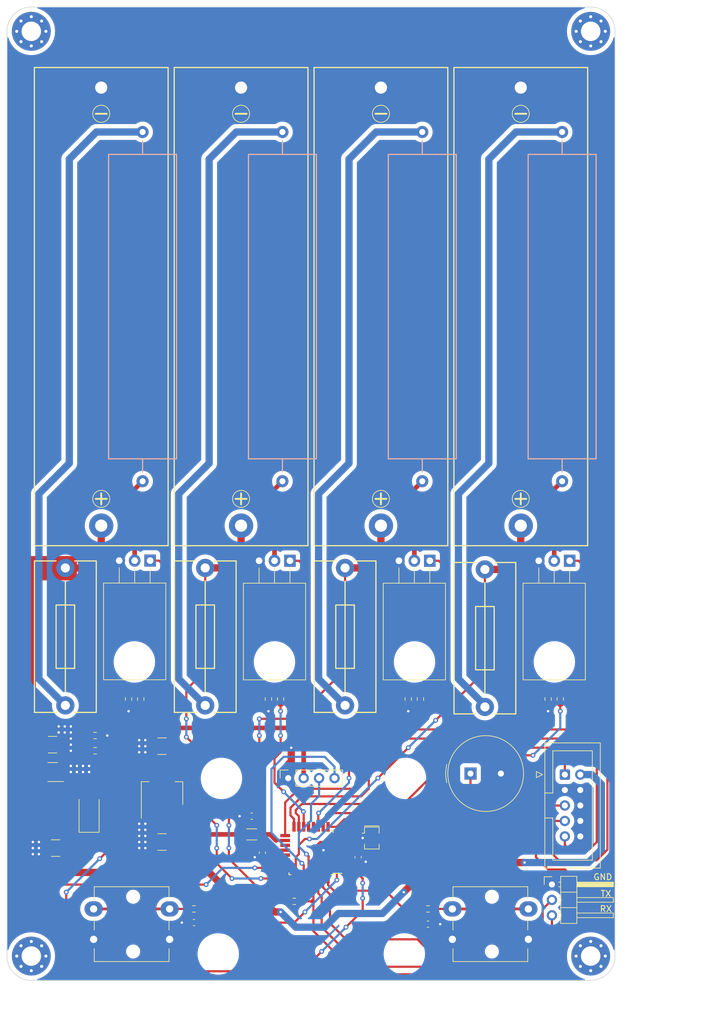
<source format=kicad_pcb>
(kicad_pcb (version 20221018) (generator pcbnew)
  (layers (0 "F.Cu" signal) (31 "B.Cu" signal) (34 "B.Paste" user) (35 "F.Paste" user) (36 "B.SilkS" user "B.Silkscreen") (37 "F.SilkS" user "F.Silkscreen") (38 "B.Mask" user) (39 "F.Mask" user) (44 "Edge.Cuts" user))
  (net 0 "")
  (net 1 "VBAT1")
  (net 2 "GND")
  (net 3 "VBAT3")
  (net 4 "VBAT2")
  (net 5 "VBAT4")
  (net 6 "+5V")
  (net 7 "RESET")
  (net 8 "+3V3")
  (net 9 "Net-(C2-Pad1)")
  (net 10 "Net-(F3-Pad1)")
  (net 11 "PB3")
  (net 12 "/L_OUT")
  (net 13 "Net-(F1-Pad1)")
  (net 14 "Net-(F2-Pad1)")
  (net 15 "/BUZZER")
  (net 16 "Net-(F4-Pad1)")
  (net 17 "Net-(Q2-Pad2)")
  (net 18 "PB5")
  (net 19 "PB4")
  (net 20 "Net-(Q1-Pad1)")
  (net 21 "Net-(Q1-Pad2)")
  (net 22 "Net-(Q2-Pad1)")
  (net 23 "/AREF")
  (net 24 "Net-(Q3-Pad1)")
  (net 25 "Net-(Q4-Pad1)")
  (net 26 "Net-(Q4-Pad2)")
  (net 27 "Net-(R7-Pad1)")
  (net 28 "Net-(R8-Pad1)")
  (net 29 "/FB")
  (net 30 "MOSFET1")
  (net 31 "Net-(U1-Pad7)")
  (net 32 "Net-(U1-Pad8)")
  (net 33 "MOSFET2")
  (net 34 "MOSFET3")
  (net 35 "MOSFET4")
  (net 38 "/TX")
  (net 39 "/RX")
  (net 43 "Net-(Q3-Pad2)")
  (net 44 "SDA")
  (net 45 "SCL")
  (net 46 "PD2{slash}INT0")
  (net 47 "PD3{slash}INT1")
  (footprint "Package_QFP:TQFP-32_7x7mm_P0.8mm" (layer "F.Cu") (at 106.25 157.75 180)
    (fp_text reference "U1" hide)
    (fp_text value "ATmega328-A")
  )
  (footprint "Resistor_SMD:R_0603_1608Metric" (layer "F.Cu") (at 103.5 165.75 180)
    (fp_text reference "R4" hide)
    (fp_text value "10k")
  )
  (footprint "Capacitor_SMD:C_0603_1608Metric" (layer "F.Cu") (at 96.5 151.75 180)
    (fp_text reference "C2" hide)
    (fp_text value "100n")
  )
  (footprint "Resistor_SMD:R_0603_1608Metric" (layer "F.Cu") (at 76.25 132.5 -90)
    (fp_text reference "R15" hide)
    (fp_text value "10k")
  )
  (footprint "Footprint:Omron_B3F-12x12mm" (layer "F.Cu") (at 70.5 167)
    (fp_text reference "SW2" hide)
    (fp_text value "SW_Push")
  )
  (footprint "Footprint:18650-holder" (layer "F.Cu") (at 71.75 68 180)
    (fp_text reference "BT1" hide)
    (fp_text value "4V2 - 18650")
  )
  (footprint "Capacitor_SMD:C_1210_3225Metric" (layer "F.Cu") (at 81.75 156 180)
    (fp_text reference "C7" hide)
    (fp_text value "10u")
  )
  (footprint "Footprint:696108003002" (layer "F.Cu") (at 111.85 122.25 180)
    (fp_text reference "F2" hide)
    (fp_text value "2A")
  )
  (footprint "Resistor_SMD:R_0603_1608Metric" (layer "F.Cu") (at 70.75 141 180)
    (fp_text reference "R9" hide)
    (fp_text value "100k")
  )
  (footprint "Buzzer_Beeper:Buzzer_TDK_PS1240P02BT_D12.2mm_H6.5mm" (layer "F.Cu") (at 132.479216 144.75)
    (fp_text reference "LS1" hide)
    (fp_text value "Buzzer")
  )
  (footprint "Package_TO_SOT_THT:TO-220-3_Horizontal_TabDown" (layer "F.Cu") (at 125.79 109.77 180)
    (fp_text reference "Q2" hide)
    (fp_text value "IRLZ44N")
  )
  (footprint "Footprint:Inductor_4mm(5x5mm pads)" (layer "F.Cu") (at 64 150.5)
    (fp_text reference "L2" hide)
    (fp_text value "4R7")
  )
  (footprint "Footprint:696108003002" (layer "F.Cu") (at 88.85 122.25 180)
    (fp_text reference "F3" hide)
    (fp_text value "2A")
  )
  (footprint "Resistor_SMD:R_0603_1608Metric" (layer "F.Cu") (at 122.25 132.5 -90)
    (fp_text reference "R16" hide)
    (fp_text value "10k")
  )
  (footprint "Resistor_SMD:R_0603_1608Metric" (layer "F.Cu") (at 70.75 138.5)
    (fp_text reference "R10" hide)
    (fp_text value "13k3")
  )
  (footprint "Capacitor_SMD:C_0603_1608Metric" (layer "F.Cu") (at 125.5 169.5)
    (fp_text reference "CD1" hide)
    (fp_text value "100n")
  )
  (footprint "Capacitor_SMD:C_0603_1608Metric" (layer "F.Cu") (at 87 169.25 180)
    (fp_text reference "CD2" hide)
    (fp_text value "100n")
  )
  (footprint "Footprint:Omron_B3F-12x12mm" (layer "F.Cu") (at 129.5 167)
    (fp_text reference "SW1" hide)
    (fp_text value "SW_Push")
  )
  (footprint "Resistor_SMD:R_0603_1608Metric" (layer "F.Cu") (at 125.5 167 180)
    (fp_text reference "R7" hide)
    (fp_text value "100")
  )
  (footprint "Package_TO_SOT_THT:TO-220-3_Horizontal_TabDown" (layer "F.Cu") (at 102.79 109.77 180)
    (fp_text reference "Q3" hide)
    (fp_text value "IRLZ44N")
  )
  (footprint "MountingHole:MountingHole_3.2mm_M3_Pad_Via" (layer "F.Cu") (at 152.25 174.75)
    (fp_text reference "H4" hide)
    (fp_text value "MountingHole")
  )
  (footprint "Resistor_SMD:R_0603_1608Metric" (layer "F.Cu") (at 101.25 132.5 90)
    (fp_text reference "R19" hide)
    (fp_text value "100")
  )
  (footprint "Resistor_SMD:R_0603_1608Metric" (layer "F.Cu") (at 87 167)
    (fp_text reference "R8" hide)
    (fp_text value "100")
  )
  (footprint "Package_TO_SOT_THT:TO-220-3_Horizontal_TabDown" (layer "F.Cu") (at 79.79 109.75 180)
    (fp_text reference "Q1" hide)
    (fp_text value "IRLZ44N")
  )
  (footprint "Capacitor_SMD:C_0603_1608Metric" (layer "F.Cu") (at 114 158.5 -90)
    (fp_text reference "C1" hide)
    (fp_text value "100n")
  )
  (footprint "Connector_IDC:IDC-Header_2x05_P2.54mm_Vertical" (layer "F.Cu") (at 147.9975 144.92)
    (fp_text reference "J1" hide)
    (fp_text value "USBasp")
  )
  (footprint "Resistor_SMD:R_0603_1608Metric" (layer "F.Cu") (at 145.25 132.5 -90)
    (fp_text reference "R22" hide)
    (fp_text value "10k")
  )
  (footprint "MountingHole:MountingHole_3.2mm_M3_Pad_Via" (layer "F.Cu") (at 152.25 22.75 90)
    (fp_text reference "H3" hide)
    (fp_text value "MountingHole")
  )
  (footprint "Capacitor_SMD:C_1210_3225Metric" (layer "F.Cu") (at 64.25 157 180)
    (fp_text reference "C6" hide)
    (fp_text value "22u / 16V")
  )
  (footprint "Resistor_SMD:R_0603_1608Metric" (layer "F.Cu") (at 78.25 132.5 90)
    (fp_text reference "R13" hide)
    (fp_text value "100")
  )
  (footprint "Package_TO_SOT_SMD:SOT-23-6" (layer "F.Cu") (at 63.75 144.5 180)
    (fp_text reference "U3" hide)
    (fp_text value "MT3608")
  )
  (footprint "Footprint:696108003002" (layer "F.Cu") (at 65.85 122.25 180)
    (fp_text reference "F1" hide)
    (fp_text value "2A")
  )
  (footprint "Footprint:18650-holder" (layer "F.Cu") (at 117.75 68 180)
    (fp_text reference "BT2" hide)
    (fp_text value "4V2 - 18650")
  )
  (footprint "Resistor_SMD:R_0603_1608Metric" (layer "F.Cu") (at 124.25 132.5 90)
    (fp_text reference "R14" hide)
    (fp_text value "100")
  )
  (footprint "Package_TO_SOT_SMD:SOT-223-3_TabPin2" (layer "F.Cu") (at 81.75 148 90)
    (fp_text reference "U2" hide)
    (fp_text value "AMS1117-3.3")
  )
  (footprint "Resistor_SMD:R_0603_1608Metric" (layer "F.Cu") (at 99.25 132.5 -90)
    (fp_text reference "R21" hide)
    (fp_text value "10k")
  )
  (footprint "Footprint:18650-holder" (layer "F.Cu") (at 94.75 68 180)
    (fp_text reference "BT3" hide)
    (fp_text value "4V2 - 18650")
  )
  (footprint "Package_TO_SOT_THT:TO-220-3_Horizontal_TabDown" (layer "F.Cu") (at 148.79 109.77 180)
    (fp_text reference "Q4" hide)
    (fp_text value "IRLZ44N")
  )
  (footprint "Footprint:OLED" (layer "F.Cu") (at 102.5 145.5 90)
    (fp_text reference "J2" hide)
    (fp_text value "OLED")
  )
  (footprint "Capacitor_SMD:C_0603_1608Metric" (layer "F.Cu") (at 98.25 157.75 -90)
    (fp_text reference "C3" hide)
    (fp_text value "100n")
  )
  (footprint "Connector_PinHeader_2.54mm:PinHeader_1x03_P2.54mm_Horizontal" (layer "F.Cu") (at 145.875 162.975)
    (fp_text reference "J3" hide)
    (fp_text value "UART")
  )
  (footprint "MountingHole:MountingHole_3.2mm_M3_Pad_Via" (layer "F.Cu") (at 60.25 174.75)
    (fp_text reference "H2" hide)
    (fp_text value "MountingHole")
  )
  (footprint "Resistor_SMD:R_0603_1608Metric" (layer "F.Cu") (at 147.25 132.5 90)
    (fp_text reference "R20" hide)
    (fp_text value "100")
  )
  (footprint "Diode_SMD:D_SMA" (layer "F.Cu") (at 69.75 151 90)
    (fp_text reference "D1" hide)
    (fp_text value "SS12")
  )
  (footprint "Capacitor_SMD:C_1210_3225Metric" (layer "F.Cu") (at 81.75 140.25 180)
    (fp_text reference "C8" hide)
    (fp_text value "10u")
  )
  (footprint "Footprint:696108003002" (layer "F.Cu") (at 134.85 122.5 180)
    (fp_text reference "F4" hide)
    (fp_text value "2A")
  )
  (footprint "Footprint:18650-holder" (layer "F.Cu") (at 140.75 68 180)
    (fp_text reference "BT4" hide)
    (fp_text value "4V2 - 18650")
  )
  (footprint "Footprint:CSTCE16M0V53-R0" (layer "F.Cu") (at 116.25 155.35 -90)
    (fp_text reference "Y1" hide)
    (fp_text value "16MHz")
  )
  (footprint "Capacitor_SMD:C_1210_3225Metric" (layer "F.Cu") (at 63.75 140)
    (fp_text reference "C5" hide)
    (fp_text value "22u / 16V")
  )
  (footprint "Inductor_SMD:L_1206_3216Metric" (layer "F.Cu") (at 96.5 154.75)
    (fp_text reference "L1" hide)
    (fp_text value "10u")
  )
  (footprint "Footprint:PRW0AWJW33JB00" (layer "B.Cu") (at 147.55 68 180)
    (fp_text reference "R18" hide)
    (fp_text value "3R3, 10W")
  )
  (footprint "Footprint:PRW0AWJW33JB00" (layer "B.Cu") (at 101.55 68 180)
    (fp_text reference "R17" hide)
    (fp_text value "3R3, 10W")
  )
  (footprint "Footprint:PRW0AWJW33JB00" (layer "B.Cu") (at 124.55 68 180)
    (fp_text reference "R12" hide)
    (fp_text value "3R3, 10W")
  )
  (footprint "Footprint:PRW0AWJW33JB00" (layer "B.Cu") (at 78.55 68 180)
    (fp_text reference "R11" hide)
    (fp_text value "3R3, 10W")
  )
  (footprint "MountingHole:MountingHole_3.2mm_M3_Pad_Via" (layer "B.Cu") (at 60.25 22.75 180)
    (fp_text reference "H1" hide)
    (fp_text value "MountingHole")
  )
  (gr_line (start 152.25 178.75) (end 60.25 178.75) (stroke (width 0.1)) (layer "Edge.Cuts"))
  (gr_arc (start 156.25 174.75) (mid 155.078427 177.578427) (end 152.25 178.75) (stroke (width 0.1)) (layer "Edge.Cuts"))
  (gr_line (start 156.25 174.75) (end 156.25 22.75) (stroke (width 0.1)) (layer "Edge.Cuts"))
  (gr_line (start 60.25 18.75) (end 152.25 18.75) (stroke (width 0.1)) (layer "Edge.Cuts"))
  (gr_arc (start 60.25 178.75) (mid 57.421573 177.578427) (end 56.25 174.75) (stroke (width 0.1)) (layer "Edge.Cuts"))
  (gr_line (start 56.25 22.75) (end 56.25 174.75) (stroke (width 0.1)) (layer "Edge.Cuts"))
  (gr_arc (start 56.25 22.75) (mid 57.421573 19.921573) (end 60.25 18.75) (stroke (width 0.1)) (layer "Edge.Cuts"))
  (gr_arc (start 152.25 18.75) (mid 155.078427 19.921573) (end 156.25 22.75) (stroke (width 0.1)) (layer "Edge.Cuts"))
  (gr_text "GND" (at 154.25 161.75) (layer "F.SilkS") (effects (font (size 1 1))))
  (gr_text "RX" (at 154.75 167) (layer "F.SilkS") (effects (font (size 1 1))))
  (gr_text "TX" (at 154.75 164.5) (layer "F.SilkS") (effects (font (size 1 1))))
  (segment (start 99.25 159.75) (end 98.75 160.25) (width 0.3556) (layer "F.Cu") (net 1))
  (segment (start 102 159.75) (end 99.25 159.75) (width 0.3556) (layer "F.Cu") (net 1))
  (segment (start 71.75 107.5) (end 71.75 104) (width 1.2) (layer "F.Cu") (net 1))
  (segment (start 58.25 160.5) (end 58.25 155.25) (width 0.3556) (layer "F.Cu") (net 1))
  (segment (start 60.75 163) (end 83 163) (width 0.3556) (layer "F.Cu") (net 1))
  (segment (start 98.75 160.25) (end 97 160.25) (width 0.3556) (layer "F.Cu") (net 1))
  (segment (start 62 153.75) (end 62 150.5) (width 0.3556) (layer "F.Cu") (net 1))
  (segment (start 59.25 154.25) (end 61.5 154.25) (width 0.3556) (layer "F.Cu") (net 1))
  (segment (start 68.3 110.95) (end 71.75 107.5) (width 1.2) (layer "F.Cu") (net 1))
  (segment (start 58.25 155.25) (end 59.25 154.25) (width 0.3556) (layer "F.Cu") (net 1))
  (segment (start 61.5 154.25) (end 62 153.75) (width 0.3556) (layer "F.Cu") (net 1))
  (segment (start 60.75 163) (end 58.25 160.5) (width 0.3556) (layer "F.Cu") (net 1))
  (segment (start 83 163) (end 89 163) (width 0.3556) (layer "F.Cu") (net 1))
  (segment (start 65.85 110.95) (end 68.3 110.95) (width 1.2) (layer "F.Cu") (net 1))
  (via (at 89 163) (size 0.8) (drill 0.4) (layers "F.Cu" "B.Cu") (net 1))
  (via (at 97 160.25) (size 0.8) (drill 0.4) (layers "F.Cu" "B.Cu") (net 1))
  (segment (start 89 163) (end 91.75 160.25) (width 0.3556) (layer "B.Cu") (net 1))
  (segment (start 97 160.25) (end 91.75 160.25) (width 0.3556) (layer "B.Cu") (net 1))
  (segment (start 122.25 133.325) (end 122.25 134.5) (width 0.762) (layer "F.Cu") (net 2))
  (segment (start 99.25 133.325) (end 99.25 134.5) (width 0.762) (layer "F.Cu") (net 2))
  (segment (start 110.5 158.95) (end 112.4 158.95) (width 0.4572) (layer "F.Cu") (net 2))
  (segment (start 102.5 145.5) (end 102.5 143.25) (width 1.2) (layer "F.Cu") (net 2))
  (segment (start 114 159.275) (end 115.225 159.275) (width 0.762) (layer "F.Cu") (net 2))
  (segment (start 95.725 151.75) (end 94.5 151.75) (width 0.762) (layer "F.Cu") (net 2))
  (segment (start 64.8875 144.5) (end 66.75 144.5) (width 0.4572) (layer "F.Cu") (net 2))
  (segment (start 112.4 158.95) (end 112.725 159.275) (width 0.4572) (layer "F.Cu") (net 2))
  (segment (start 116.25 155.35) (end 114.75 155.35) (width 0.3556) (layer "F.Cu") (net 2))
  (segment (start 98.25 158.525) (end 97.025 158.525) (width 0.762) (layer "F.Cu") (net 2))
  (segment (start 86.225 169.25) (end 85 169.25) (width 0.762) (layer "F.Cu") (net 2))
  (segment (start 145.25 133.325) (end 145.25 134.5) (width 0.762) (layer "F.Cu") (net 2))
  (segment (start 100.85 158.15) (end 102 158.15) (width 0.4572) (layer "F.Cu") (net 2))
  (segment (start 100.475 158.525) (end 100.85 158.15) (width 0.4572) (layer "F.Cu") (net 2))
  (segment (start 76.25 133.325) (end 76.25 134.5) (width 0.762) (layer "F.Cu") (net 2))
  (segment (start 114 159.275) (end 112.725 159.275) (width 0.4572) (layer "F.Cu") (net 2))
  (segment (start 126.275 169.5) (end 127.5 169.5) (width 0.762) (layer "F.Cu") (net 2))
  (segment (start 71.575 138.5) (end 72.75 138.5) (width 0.762) (layer "F.Cu") (net 2))
  (segment (start 103 140.5) (end 103 142.75) (width 1.2) (layer "F.Cu") (net 2))
  (segment (start 97.025 158.525) (end 97 158.5) (width 0.4572) (layer "F.Cu") (net 2))
  (segment (start 110.5 157.35) (end 108.3 157.35) (width 0.4572) (layer "F.Cu") (net 2))
  (segment (start 103 142.75) (end 102.5 143.25) (width 1.2) (layer "F.Cu") (net 2))
  (segment (start 98.25 158.525) (end 100.475 158.525) (width 0.4572) (layer "F.Cu") (net 2))
  (segment (start 115.225 159.275) (end 115.25 159.25) (width 0.762) (layer "F.Cu") (net 2))
  (via (at 79 153) (size 0.8) (drill 0.4) (layers "F.Cu" "B.Cu") (net 2))
  (via (at 66.75 143.5) (size 0.8) (drill 0.4) (layers "F.Cu" "B.Cu") (net 2))
  (via (at 78 140.25) (size 0.8) (drill 0.4) (layers "F.Cu" "B.Cu") (net 2))
  (via (at 76.25 134.5) (size 0.8) (drill 0.4) (layers "F.Cu" "B.Cu") (net 2))
  (via (at 68.75 143.5) (size 0.8) (drill 0.4) (layers "F.Cu" "B.Cu") (net 2))
  (via (at 78 154) (size 0.8) (drill 0.4) (layers "F.Cu" "B.Cu") (net 2))
  (via (at 127.5 169.5) (size 0.8) (drill 0.4) (layers "F.Cu" "B.Cu") (net 2))
  (via (at 67.75 143.5) (size 0.8) (drill 0.4) (layers "F.Cu" "B.Cu") (net 2))
  (via (at 79 156) (size 0.8) (drill 0.4) (layers "F.Cu" "B.Cu") (net 2))
  (via (at 79 154) (size 0.8) (drill 0.4) (layers "F.Cu" "B.Cu") (net 2))
  (via (at 94.5 151.75) (size 0.8) (drill 0.4) (layers "F.Cu" "B.Cu") (net 2))
  (via (at 66.75 140) (size 0.8) (drill 0.4) (layers "F.Cu" "B.Cu") (net 2))
  (via (at 114.75 155.35) (size 0.8) (drill 0.4) (layers "F.Cu" "B.Cu") (net 2))
  (via (at 145.25 134.5) (size 0.8) (drill 0.4) (layers "F.Cu" "B.Cu") (net 2))
  (via (at 65.75 137) (size 0.8) (drill 0.4) (layers "F.Cu" "B.Cu") (net 2))
  (via (at 79 140.25) (size 0.8) (drill 0.4) (layers "F.Cu" "B.Cu") (net 2))
  (via (at 99.25 134.5) (size 0.8) (drill 0.4) (layers "F.Cu" "B.Cu") (net 2))
  (via (at 78 155) (size 0.8) (drill 0.4) (layers "F.Cu" "B.Cu") (net 2))
  (via (at 79 139.25) (size 0.8) (drill 0.4) (layers "F.Cu" "B.Cu") (net 2))
  (via (at 60.5 156) (size 0.8) (drill 0.4) (layers "F.Cu" "B.Cu") (net 2))
  (via (at 78 157) (size 0.8) (drill 0.4) (layers "F.Cu" "B.Cu") (net 2))
  (via (at 66.75 139) (size 0.8) (drill 0.4) (layers "F.Cu" "B.Cu") (net 2))
  (via (at 64.75 138) (size 0.8) (drill 0.4) (layers "F.Cu" "B.Cu") (net 2))
  (via (at 85 169.25) (size 0.8) (drill 0.4) (layers "F.Cu" "B.Cu") (net 2))
  (via (at 97 158.5) (size 0.8) (drill 0.4) (layers "F.Cu" "B.Cu") (net 2))
  (via (at 72.75 138.5) (size 0.8) (drill 0.4) (layers "F.Cu" "B.Cu") (net 2))
  (via (at 67.75 144.5) (size 0.8) (drill 0.4) (layers "F.Cu" "B.Cu") (net 2))
  (via (at 68.75 144.5) (size 0.8) (drill 0.4) (layers "F.Cu" "B.Cu") (net 2))
  (via (at 64.75 137) (size 0.8) (drill 0.4) (layers "F.Cu" "B.Cu") (net 2))
  (via (at 61.5 158) (size 0.8) (drill 0.4) (layers "F.Cu" "B.Cu") (net 2))
  (via (at 78 153) (size 0.8) (drill 0.4) (layers "F.Cu" "B.Cu") (net 2))
  (via (at 108.3 157.35) (size 0.8) (drill 0.4) (layers "F.Cu" "B.Cu") (net 2))
  (via (at 65.75 138) (size 0.8) (drill 0.4) (layers "F.Cu" "B.Cu") (net 2))
  (via (at 60.5 157) (size 0.8) (drill 0.4) (layers "F.Cu" "B.Cu") (net 2))
  (via (at 61.5 157) (size 0.8) (drill 0.4) (layers "F.Cu" "B.Cu") (net 2))
  (via (at 122.25 134.5) (size 0.8) (drill 0.4) (layers "F.Cu" "B.Cu") (net 2))
  (via (at 79 157) (size 0.8) (drill 0.4) (layers "F.Cu" "B.Cu") (net 2))
  (via (at 66.75 137) (size 0.8) (drill 0.4) (layers "F.Cu" "B.Cu") (net 2))
  (via (at 66.75 138) (size 0.8) (drill 0.4) (layers "F.Cu" "B.Cu") (net 2))
  (via (at 78 141.25) (size 0.8) (drill 0.4) (layers "F.Cu" "B.Cu") (net 2))
  (via (at 103 140.5) (size 0.8) (drill 0.4) (layers "F.Cu" "B.Cu") (net 2))
  (via (at 115.25 159.25) (size 0.8) (drill 0.4) (layers "F.Cu" "B.Cu") (net 2))
  (via (at 61.5 156) (size 0.8) (drill 0.4) (layers "F.Cu" "B.Cu") (net 2))
  (via (at 78 156) (size 0.8) (drill 0.4) (layers "F.Cu" "B.Cu") (net 2))
  (via (at 69.75 144.5) (size 0.8) (drill 0.4) (layers "F.Cu" "B.Cu") (net 2))
  (via (at 78 139.25) (size 0.8) (drill 0.4) (layers "F.Cu" "B.Cu") (net 2))
  (via (at 79 141.25) (size 0.8) (drill 0.4) (layers "F.Cu" "B.Cu") (net 2))
  (via (at 66.75 144.5) (size 0.8) (drill 0.4) (layers "F.Cu" "B.Cu") (net 2))
  (via (at 66.75 141) (size 0.8) (drill 0.4) (layers "F.Cu" "B.Cu") (net 2))
  (via (at 69.75 143.5) (size 0.8) (drill 0.4) (layers "F.Cu" "B.Cu") (net 2))
  (via (at 60.5 158) (size 0.8) (drill 0.4) (layers "F.Cu" "B.Cu") (net 2))
  (via (at 79 155) (size 0.8) (drill 0.4) (layers "F.Cu" "B.Cu") (net 2))
  (segment (start 92.75 157) (end 92.75 158.75) (width 0.3556) (layer "F.Cu") (net 3))
  (segment (start 111.85 127.65) (end 107.5 132) (width 0.3556) (layer "F.Cu") (net 3))
  (segment (start 102.75 162) (end 103.45 162) (width 0.3556) (layer "F.Cu") (net 3))
  (segment (start 92.75 158.75) (end 96 162) (width 0.3556) (layer "F.Cu") (net 3))
  (segment (start 117.75 107.5) (end 117.75 104) (width 1.2) (layer "F.Cu") (net 3))
  (segment (start 97.75 146) (end 92.75 151) (width 0.3556) (layer "F.Cu") (net 3))
  (segment (start 103.75 135.75) (end 100.75 135.75) (width 0.3556) (layer "F.Cu") (net 3))
  (segment (start 97.75 146) (end 97.75 138.5) (width 0.3556) (layer "F.Cu") (net 3))
  (segment (start 111.85 110.95) (end 114.3 110.95) (width 1.2) (layer "F.Cu") (net 3))
  (segment (start 96 162) (end 97.5 163.5) (width 0.3556) (layer "F.Cu") (net 3))
  (segment (start 101.25 163.5) (end 102.75 162) (width 0.3556) (layer "F.Cu") (net 3))
  (segment (start 92.75 151) (end 92.75 153.25) (width 0.3556) (layer "F.Cu") (net 3))
  (segment (start 111.85 110.95) (end 111.85 127.65) (width 0.3556) (layer "F.Cu") (net 3))
  (segment (start 114.3 110.95) (end 117.75 107.5) (width 1.2) (layer "F.Cu") (net 3))
  (segment (start 100.75 135.75) (end 97.75 135.75) (width 0.3556) (layer "F.Cu") (net 3))
  (segment (start 97.5 163.5) (end 101.25 163.5) (width 0.3556) (layer "F.Cu") (net 3))
  (segment (start 107.5 132) (end 103.75 135.75) (width 0.3556) (layer "F.Cu") (net 3))
  (via (at 92.75 157) (size 0.8) (drill 0.4) (layers "F.Cu" "B.Cu") (net 3))
  (via (at 97.75 135.75) (size 0.8) (drill 0.4) (layers "F.Cu" "B.Cu") (net 3))
  (via (at 92.75 153.25) (size 0.8) (drill 0.4) (layers "F.Cu" "B.Cu") (net 3))
  (via (at 97.75 138.5) (size 0.8) (drill 0.4) (layers "F.Cu" "B.Cu") (net 3))
  (segment (start 97.75 135.75) (end 97.75 138.5) (width 0.3556) (layer "B.Cu") (net 3))
  (segment (start 92.75 153.25) (end 92.75 157) (width 0.3556) (layer "B.Cu") (net 3))
  (segment (start 101.25 162) (end 102 161.25) (width 0.3556) (layer "F.Cu") (net 4))
  (segment (start 88.85 110.95) (end 91.3 110.95) (width 1.2) (layer "F.Cu") (net 4))
  (segment (start 88.85 127.85) (end 88.85 110.95) (width 0.3556) (layer "F.Cu") (net 4))
  (segment (start 87 140) (end 87 149.5) (width 0.3556) (layer "F.Cu") (net 4))
  (segment (start 91.3 110.95) (end 94.75 107.5) (width 1.2) (layer "F.Cu") (net 4))
  (segment (start 90.75 159.5) (end 93.25 162) (width 0.3556) (layer "F.Cu") (net 4))
  (segment (start 90.75 157) (end 90.75 159.5) (width 0.3556) (layer "F.Cu") (net 4))
  (segment (start 98 162) (end 101.25 162) (width 0.3556) (layer "F.Cu") (net 4))
  (segment (start 94.75 107.5) (end 94.75 104) (width 1.2) (layer "F.Cu") (net 4))
  (segment (start 87 149.5) (end 90.75 153.25) (width 0.3556) (layer "F.Cu") (net 4))
  (segment (start 88.85 127.85) (end 86.2 130.5) (width 0.3556) (layer "F.Cu") (net 4))
  (segment (start 85.75 130.95) (end 85.75 135.75) (width 0.3556) (layer "F.Cu") (net 4))
  (segment (start 85.75 138.75) (end 87 140) (width 0.3556) (layer "F.Cu") (net 4))
  (segment (start 86.2 130.5) (end 85.75 130.95) (width 0.3556) (layer "F.Cu") (net 4))
  (segment (start 102 161.25) (end 102 160.55) (width 0.3556) (layer "F.Cu") (net 4))
  (via (at 85.75 138.75) (size 0.8) (drill 0.4) (layers "F.Cu" "B.Cu") (net 4))
  (via (at 90.75 157) (size 0.8) (drill 0.4) (layers "F.Cu" "B.Cu") (net 4))
  (via (at 93.25 162) (size 0.8) (drill 0.4) (layers "F.Cu" "B.Cu") (net 4))
  (via (at 98 162) (size 0.8) (drill 0.4) (layers "F.Cu" "B.Cu") (net 4))
  (via (at 85.75 135.75) (size 0.8) (drill 0.4) (layers "F.Cu" "B.Cu") (net 4))
  (via (at 90.75 153.25) (size 0.8) (drill 0.4) (layers "F.Cu" "B.Cu") (net 4))
  (segment (start 90.75 153.25) (end 90.75 157) (width 0.3556) (layer "B.Cu") (net 4))
  (segment (start 96.25 162) (end 98 162) (width 0.3556) (layer "B.Cu") (net 4))
  (segment (start 96.25 162) (end 93.25 162) (width 0.3556) (layer "B.Cu") (net 4))
  (segment (start 85.75 135.75) (end 85.75 138.75) (width 0.3556) (layer "B.Cu") (net 4))
  (segment (start 104.25 162) (end 104.25 160.75) (width 0.3556) (layer "F.Cu") (net 5))
  (segment (start 104.25 156.5) (end 105.25 155.5) (width 0.3556) (layer "F.Cu") (net 5))
  (segment (start 134.85 111.2) (end 134.85 127.9) (width 0.3556) (layer "F.Cu") (net 5))
  (segment (start 105.25 155.5) (end 106 155.5) (width 0.3556) (layer "F.Cu") (net 5))
  (segment (start 104.25 158) (end 104.25 156.5) (width 0.3556) (layer "F.Cu") (net 5))
  (segment (start 103.75 158.5) (end 104.25 158) (width 0.3556) (layer "F.Cu") (net 5))
  (segment (start 134.85 127.9) (end 130 132.75) (width 0.3556) (layer "F.Cu") (net 5))
  (segment (start 104.25 160.75) (end 103.75 160.25) (width 0.3556) (layer "F.Cu") (net 5))
  (segment (start 137.55 111.2) (end 140.75 108) (width 1.2) (layer "F.Cu") (net 5))
  (segment (start 140.75 108) (end 140.75 104) (width 1.2) (layer "F.Cu") (net 5))
  (segment (start 122.25 140.5) (end 117.25 145.5) (width 0.3556) (layer "F.Cu") (net 5))
  (segment (start 134.85 111.2) (end 137.55 111.2) (width 1.2) (layer "F.Cu") (net 5))
  (segment (start 103.75 160.25) (end 103.75 158.5) (width 0.3556) (layer "F.Cu") (net 5))
  (segment (start 130 132.75) (end 126.75 136) (width 0.3556) (layer "F.Cu") (net 5))
  (via (at 122.25 140.5) (size 0.8) (drill 0.4) (layers "F.Cu" "B.Cu") (net 5))
  (via (at 126.75 136) (size 0.8) (drill 0.4) (layers "F.Cu" "B.Cu") (net 5))
  (via (at 117.25 145.5) (size 0.8) (drill 0.4) (layers "F.Cu" "B.Cu") (net 5))
  (via (at 106 155.5) (size 0.8) (drill 0.4) (layers "F.Cu" "B.Cu") (net 5))
  (segment (start 117.25 145.5) (end 107.5 155.25) (width 0.3556) (layer "B.Cu") (net 5))
  (segment (start 107.25 155.5) (end 107.5 155.25) (width 0.3556) (layer "B.Cu") (net 5))
  (segment (start 126.75 136) (end 122.25 140.5) (width 0.3556) (layer "B.Cu") (net 5))
  (segment (start 106 155.5) (end 107.25 155.5) (width 0.3556) (layer "B.Cu") (net 5))
  (segment (start 100 166.25) (end 100 166.75) (width 0.4572) (layer "F.Cu") (net 6))
  (segment (start 122.5 162) (end 122.625 162.125) (width 0.762) (layer "F.Cu") (net 6))
  (segment (start 84.25 161) (end 86.5 161) (width 1.2) (layer "F.Cu") (net 6))
  (segment (start 107.25 156.5) (end 107.75 156) (width 0.3556) (layer "F.Cu") (net 6))
  (segment (start 100 166.75) (end 99.25 167.5) (width 0.4572) (layer "F.Cu") (net 6))
  (segment (start 87.25 161) (end 88 161) (width 1.2) (layer "F.Cu") (net 6))
  (segment (start 83.225 159.775) (end 83.225 160.025) (width 1.2) (layer "F.Cu") (net 6))
  (segment (start 108.75 158.5) (end 107.75 158.5) (width 0.3556) (layer "F.Cu") (net 6))
  (segment (start 83.225 159.775) (end 83.225 160.475) (width 1.2) (layer "F.Cu") (net 6))
  (segment (start 94.75 166.25) (end 96 167.5) (width 1.2) (layer "F.Cu") (net 6))
  (segment (start 87.25 156.25) (end 87.25 159.75) (width 0.762) (layer "F.Cu") (net 6))
  (segment (start 114 157.725) (end 114.975 157.725) (width 0.762) (layer "F.Cu") (net 6))
  (segment (start 86.5 161) (end 87.25 161) (width 1.2) (layer "F.Cu") (net 6))
  (segment (start 118.5 158) (end 122.5 162) (width 0.762) (layer "F.Cu") (net 6))
  (segment (start 115.25 158) (end 118.5 158) (width 0.762) (layer "F.Cu") (net 6))
  (segment (start 141.375 159.375) (end 126.375 159.375) (width 1.2) (layer "F.Cu") (net 6))
  (segment (start 123.625 162.125) (end 123.125 162.625) (width 1.2) (layer "F.Cu") (net 6))
  (segment (start 71.575 141) (end 72.5 141) (width 0.762) (layer "F.Cu") (net 6))
  (segment (start 88.75 154.75) (end 87.25 156.25) (width 0.762) (layer "F.Cu") (net 6))
  (segment (start 83.225 160.025) (end 82.25 161) (width 1.2) (layer "F.Cu") (net 6))
  (segment (start 122.625 162.125) (end 122.625 163.125) (width 0.762) (layer "F.Cu") (net 6))
  (segment (start 87.25 159.75) (end 87.25 161) (width 0.762) (layer "F.Cu") (net 6))
  (segment (start 83.225 159.775) (end 83.225 159.975) (width 1.2) (layer "F.Cu") (net 6))
  (segment (start 112.3 158.15) (end 112.725 157.725) (width 0.4572) (layer "F.Cu") (net 6))
  (segment (start 100 167.5) (end 101.25 167.5) (width 1.2) (layer "F.Cu") (net 6))
  (segment (start 96 167.5) (end 99.25 167.5) (width 1.2) (layer "F.Cu") (net 6))
  (segment (start 110.5 158.15) (end 109.1 158.15) (width 0.3556) (layer "F.Cu") (net 6))
  (segment (start 87.25 160.25) (end 86.5 161) (width 0.762) (layer "F.Cu") (net 6))
  (segment (start 109.05 156.55) (end 110.5 156.55) (width 0.3556) (layer "F.Cu") (net 6))
  (segment (start 122.625 162.125) (end 123.625 162.125) (width 0.762) (layer "F.Cu") (net 6))
  (segment (start 81.75 161) (end 82.25 161) (width 1.2) (layer "F.Cu") (net 6))
  (segment (start 87.25 160.25) (end 88 161) (width 0.762) (layer "F.Cu") (net 6))
  (segment (start 109.1 158.15) (end 108.75 158.5) (width 0.3556) (layer "F.Cu") (net 6))
  (segment (start 83.225 156) (end 83.225 159.775) (width 1.2) (layer "F.Cu") (net 6))
  (segment (start 100.5 165.75) (end 100 166.25) (width 0.4572) (layer "F.Cu") (net 6))
  (segment (start 83.225 159.975) (end 84.25 161) (width 1.2) (layer "F.Cu") (net 6))
  (segment (start 122.625 163.125) (end 121.5 164.25) (width 1.2) (layer "F.Cu") (net 6))
  (segment (start 72.5 141) (end 73 141.5) (width 0.762) (layer "F.Cu") (net 6))
  (segment (start 72.25 153) (end 69.75 153) (width 0.762) (layer "F.Cu") (net 6))
  (segment (start 110.5 158.15) (end 112.3 158.15) (width 0.4572) (layer "F.Cu") (net 6))
  (segment (start 102.675 165.75) (end 100.5 165.75) (width 0.4572) (layer "F.Cu") (net 6))
  (segment (start 108.5 156) (end 109.05 156.55) (width 0.3556) (layer "F.Cu") (net 6))
  (segment (start 83.75 161) (end 84.25 161) (width 1.2) (layer "F.Cu") (net 6))
  (segment (start 100 166.75) (end 100.75 167.5) (width 0.4572) (layer "F.Cu") (net 6))
  (segment (start 123.125 162.625) (end 122.625 163.125) (width 1.2) (layer "F.Cu") (net 6))
  (segment (start 65.725 159.725) (end 67 161) (width 1.2) (layer "F.Cu") (net 6))
  (segment (start 82.25 161) (end 83.75 161) (width 1.2) (layer "F.Cu") (net 6))
  (segment (start 67 161) (end 81.75 161) (width 1.2) (layer "F.Cu") (net 6))
  (segment (start 88 161) (end 89.5 161) (width 1.2) (layer "F.Cu") (net 6))
  (segment (start 107.25 158) (end 107.25 156.5) (width 0.3556) (layer "F.Cu") (net 6))
  (segment (start 89.5 161) (end 94.75 166.25) (width 1.2) (layer "F.Cu") (net 6))
  (segment (start 73 152.25) (end 72.25 153) (width 0.762) (layer "F.Cu") (net 6))
  (segment (start 87.25 159.75) (end 87.25 160.25) (width 0.762) (layer "F.Cu") (net 6))
  (segment (start 99.25 167.5) (end 100 167.5) (width 1.2) (layer "F.Cu") (net 6))
  (segment (start 94.925 154.75) (end 88.75 154.75) (width 0.762) (layer "F.Cu") (net 6))
  (segment (start 83.225 160.475) (end 83.75 161) (width 1.2) (layer "F.Cu") (net 6))
  (segment (start 114.975 157.725) (end 115.25 158) (width 0.762) (layer "F.Cu") (net 6))
  (segment (start 65.725 157) (end 65.725 159.725) (width 1.2) (layer "F.Cu") (net 6))
  (segment (start 73 141.5) (end 73 152.25) (width 0.762) (layer "F.Cu") (net 6))
  (segment (start 100 166.75) (end 100 167.5) (width 0.4572) (layer "F.Cu") (net 6))
  (segment (start 114 157.725) (end 112.725 157.725) (width 0.4572) (layer "F.Cu") (net 6))
  (segment (start 107.75 156) (end 108.5 156) (width 0.3556) (layer "F.Cu") (net 6))
  (segment (start 126.375 159.375) (end 123.625 162.125) (width 1.2) (layer "F.Cu") (net 6))
  (segment (start 107.75 158.5) (end 107.25 158) (width 0.3556) (layer "F.Cu") (net 6))
  (segment (start 122.5 162) (end 123.125 162.625) (width 0.762) (layer "F.Cu") (net 6))
  (segment (start 100.75 167.5) (end 101.25 167.5) (width 0.4572) (layer "F.Cu") (net 6))
  (via (at 101.25 167.5) (size 0.8) (drill 0.4) (layers "F.Cu" "B.Cu") (net 6))
  (via (at 121.5 164.25) (size 0.8) (drill 0.4) (layers "F.Cu" "B.Cu") (net 6))
  (via (at 141.375 159.375) (size 0.8) (drill 0.4) (layers "F.Cu" "B.Cu") (net 6))
  (segment (start 151.875 159.375) (end 141.375 159.375) (width 1.2) (layer "B.Cu") (net 6))
  (segment (start 118 167.75) (end 117 167.75) (width 1.2) (layer "B.Cu") (net 6))
  (segment (start 150.5375 144.92) (end 152.42 144.92) (width 1.2) (layer "B.Cu") (net 6))
  (segment (start 101.25 167.5) (end 103.75 170) (width 1.2) (layer "B.Cu") (net 6))
  (segment (start 154 157.25) (end 151.875 159.375) (width 1.2) (layer "B.Cu") (net 6))
  (segment (start 152.42 144.92) (end 154 146.5) (width 1.2) (layer "B.Cu") (net 6))
  (segment (start 108.5 170) (end 110.75 167.75) (width 1.2) (layer "B.Cu") (net 6))
  (segment (start 154 146.5) (end 154 157.25) (width 1.2) (layer "B.Cu") (net 6))
  (segment (start 110.75 167.75) (end 117 167.75) (width 1.2) (layer "B.Cu") (net 6))
  (segment (start 121.5 164.25) (end 118 167.75) (width 1.2) (layer "B.Cu") (net 6))
  (segment (start 103.75 170) (end 108.5 170) (width 1.2) (layer "B.Cu") (net 6))
  (segment (start 145 150) (end 147.9975 150) (width 0.3556) (layer "F.Cu") (net 7))
  (segment (start 106.65 170.65) (end 113.75 177.75) (width 0.3556) (layer "F.Cu") (net 7))
  (segment (start 143.25 158.5) (end 143.25 151.75) (width 0.3556) (layer "F.Cu") (net 7))
  (segment (start 106.65 162) (end 106.65 165.4) (width 0.3556) (layer "F.Cu") (net 7))
  (segment (start 143.25 151.75) (end 145 150) (width 0.3556) (layer "F.Cu") (net 7))
  (segment (start 106.6 165.4) (end 106.65 165.4) (width 0.3556) (layer "F.Cu") (net 7))
  (segment (start 149.25 161.75) (end 148 160.5) (width 0.3556) (layer "F.Cu") (net 7))
  (segment (start 104.325 165.75) (end 106.25 165.75) (width 0.3556) (layer "F.Cu") (net 7))
  (segment (start 147.5 176.25) (end 147.5 170.5) (width 0.3556) (layer "F.Cu") (net 7))
  (segment (start 106.25 165.75) (end 106.65 166.15) (width 0.3556) (layer "F.Cu") (net 7))
  (segment (start 146 177.75) (end 147.5 176.25) (width 0.3556) (layer "F.Cu") (net 7))
  (segment (start 106.25 165.75) (end 106.6 165.4) (width 0.3556) (layer "F.Cu") (net 7))
  (segment (start 106.65 170.65) (end 106.65 166.15) (width 0.3556) (layer "F.Cu") (net 7))
  (segment (start 106.25 165.75) (end 106.55 165.75) (width 0.3556) (layer "F.Cu") (net 7))
  (segment (start 147.5 170.5) (end 149.25 168.75) (width 0.3556) (layer "F.Cu") (net 7))
  (segment (start 106.65 165.4) (end 106.65 165.85) (width 0.3556) (layer "F.Cu") (net 7))
  (segment (start 145.25 160.5) (end 143.25 158.5) (width 0.3556) (layer "F.Cu") (net 7))
  (segment (start 106.55 165.75) (end 106.65 165.85) (width 0.3556) (layer "F.Cu") (net 7))
  (segment (start 148 160.5) (end 145.25 160.5) (width 0.3556) (layer "F.Cu") (net 7))
  (segment (start 106.65 165.85) (end 106.65 166.15) (width 0.3556) (layer "F.Cu") (net 7))
  (segment (start 113.75 177.75) (end 146 177.75) (width 0.3556) (layer "F.Cu") (net 7))
  (segment (start 149.25 168.75) (end 149.25 161.75) (width 0.3556) (layer "F.Cu") (net 7))
  (segment (start 83.225 138.025) (end 83.225 140.25) (width 0.762) (layer "F.Cu") (net 8))
  (segment (start 105.04 145.4095) (end 105.04 138.79) (width 0.762) (layer "F.Cu") (net 8))
  (segment (start 103.5 137.25) (end 84 137.25) (width 0.762) (layer "F.Cu") (net 8))
  (segment (start 84 137.25) (end 83.225 138.025) (width 0.762) (layer "F.Cu") (net 8))
  (segment (start 105.04 138.79) (end 103.5 137.25) (width 0.762) (layer "F.Cu") (net 8))
  (segment (start 98.075 154.75) (end 99.5 154.75) (width 0.762) (layer "F.Cu") (net 9))
  (segment (start 98.075 154.75) (end 98.075 153.425) (width 0.762) (layer "F.Cu") (net 9))
  (segment (start 99.5 154.75) (end 100.5 155.75) (width 0.762) (layer "F.Cu") (net 9))
  (segment (start 97.275 152.625) (end 98.075 153.425) (width 0.762) (layer "F.Cu") (net 9))
  (segment (start 97.275 151.75) (end 97.275 152.625) (width 0.762) (layer "F.Cu") (net 9))
  (segment (start 100.5 155.75) (end 102 155.75) (width 0.4572) (layer "F.Cu") (net 9))
  (segment (start 93.952 39.298) (end 89.5 43.75) (width 1.2) (layer "B.Cu") (net 10))
  (segment (start 89.5 43.75) (end 89.5 93.75) (width 1.2) (layer "B.Cu") (net 10))
  (segment (start 84.5 129.2) (end 88.85 133.55) (width 1.2) (layer "B.Cu") (net 10))
  (segment (start 101.55 39.298) (end 93.952 39.298) (width 1.2) (layer "B.Cu") (net 10))
  (segment (start 84.5 98.75) (end 84.5 129.2) (width 1.2) (layer "B.Cu") (net 10))
  (segment (start 89.5 93.75) (end 84.5 98.75) (width 1.2) (layer "B.Cu") (net 10))
  (segment (start 104.75 149.75) (end 121.5 149.75) (width 0.3556) (layer "F.Cu") (net 11))
  (segment (start 104.25 153.5) (end 104.25 151.75) (width 0.3556) (layer "F.Cu") (net 11))
  (segment (start 130.75 140.5) (end 145.25 140.5) (width 0.3556) (layer "F.Cu") (net 11))
  (segment (start 103.75 150.75) (end 104.75 149.75) (width 0.3556) (layer "F.Cu") (net 11))
  (segment (start 104.25 151.75) (end 103.75 151.25) (width 0.3556) (layer "F.Cu") (net 11))
  (segment (start 121.5 149.75) (end 130.75 140.5) (width 0.3556) (layer "F.Cu") (net 11))
  (segment (start 147.9975 143.2475) (end 147.9975 144.92) (width 0.3556) (layer "F.Cu") (net 11))
  (segment (start 103.75 151.25) (end 103.75 150.75) (width 0.3556) (layer "F.Cu") (net 11))
  (segment (start 145.25 140.5) (end 147.9975 143.2475) (width 0.3556) (layer "F.Cu") (net 11))
  (segment (start 78.549 39.298) (end 70.951 39.298) (width 1.2) (layer "B.Cu") (net 13))
  (segment (start 66.499 93.75) (end 61.499 98.75) (width 1.2) (layer "B.Cu") (net 13))
  (segment (start 61.499 98.75) (end 61.499 129.2) (width 1.2) (layer "B.Cu") (net 13))
  (segment (start 70.951 39.298) (end 66.499 43.75) (width 1.2) (layer "B.Cu") (net 13))
  (segment (start 61.499 129.2) (end 65.849 133.55) (width 1.2) (layer "B.Cu") (net 13))
  (segment (start 66.499 43.75) (end 66.499 93.75) (width 1.2) (layer "B.Cu") (net 13))
  (segment (start 107.499 129.2) (end 111.849 133.55) (width 1.2) (layer "B.Cu") (net 14))
  (segment (start 112.499 93.75) (end 107.499 98.75) (width 1.2) (layer "B.Cu") (net 14))
  (segment (start 116.951 39.298) (end 112.499 43.75) (width 1.2) (layer "B.Cu") (net 14))
  (segment (start 107.499 98.75) (end 107.499 129.2) (width 1.2) (layer "B.Cu") (net 14))
  (segment (start 112.499 43.75) (end 112.499 93.75) (width 1.2) (layer "B.Cu") (net 14))
  (segment (start 124.549 39.298) (end 116.951 39.298) (width 1.2) (layer "B.Cu") (net 14))
  (segment (start 111.75 152.25) (end 127 152.25) (width 0.3556) (layer "F.Cu") (net 15))
  (segment (start 110.5 153.5) (end 111.75 152.25) (width 0.3556) (layer "F.Cu") (net 15))
  (segment (start 132.479216 146.770784) (end 132.479216 144.75) (width 0.3556) (layer "F.Cu") (net 15))
  (segment (start 109.05 153.5) (end 110.5 153.5) (width 0.3556) (layer "F.Cu") (net 15))
  (segment (start 127 152.25) (end 132.479216 146.770784) (width 0.3556) (layer "F.Cu") (net 15))
  (segment (start 139.951 39.298) (end 135.499 43.75) (width 1.2) (layer "B.Cu") (net 16))
  (segment (start 135.499 93.75) (end 130.499 98.75) (width 1.2) (layer "B.Cu") (net 16))
  (segment (start 147.549 39.298) (end 139.951 39.298) (width 1.2) (layer "B.Cu") (net 16))
  (segment (start 135.499 43.75) (end 135.499 93.75) (width 1.2) (layer "B.Cu") (net 16))
  (segment (start 130.499 98.75) (end 130.499 129.2) (width 1.2) (layer "B.Cu") (net 16))
  (segment (start 130.499 129.2) (end 134.849 133.55) (width 1.2) (layer "B.Cu") (net 16))
  (segment (start 123.25 109.77) (end 123.25 98.002) (width 0.762) (layer "F.Cu") (net 17))
  (segment (start 123.25 98.002) (end 124.55 96.702) (width 0.762) (layer "F.Cu") (net 17))
  (segment (start 153.25 159) (end 155 157.25) (width 0.3556) (layer "F.Cu") (net 18))
  (segment (start 147.9975 152.54) (end 146.46 152.54) (width 0.3556) (layer "F.Cu") (net 18))
  (segment (start 102 149.5) (end 102 154.95) (width 0.3556) (layer "F.Cu") (net 18))
  (segment (start 155 140.5) (end 152 137.5) (width 0.3556) (layer "F.Cu") (net 18))
  (segment (start 114.25 143.25) (end 114.25 146.25) (width 0.3556) (layer "F.Cu") (net 18))
  (segment (start 120 137.5) (end 114.25 143.25) (width 0.3556) (layer "F.Cu") (net 18))
  (segment (start 114.25 146.25) (end 113.25 147.25) (width 0.3556) (layer "F.Cu") (net 18))
  (segment (start 104.25 147.25) (end 102 149.5) (width 0.3556) (layer "F.Cu") (net 18))
  (segment (start 113.25 147.25) (end 104.25 147.25) (width 0.3556) (layer "F.Cu") (net 18))
  (segment (start 145.5 153.5) (end 145.5 157.5) (width 0.3556) (layer "F.Cu") (net 18))
  (segment (start 152 137.5) (end 120 137.5) (width 0.3556) (layer "F.Cu") (net 18))
  (segment (start 155 157.25) (end 155 140.5) (width 0.3556) (layer "F.Cu") (net 18))
  (segment (start 146.46 152.54) (end 145.5 153.5) (width 0.3556) (layer "F.Cu") (net 18))
  (segment (start 145.5 157.5) (end 147 159) (width 0.3556) (layer "F.Cu") (net 18))
  (segment (start 147 159) (end 153.25 159) (width 0.3556) (layer "F.Cu") (net 18))
  (segment (start 149.25 139) (end 121.25 139) (width 0.3556) (layer "F.Cu") (net 19))
  (segment (start 153.25 143) (end 149.25 139) (width 0.3556) (layer "F.Cu") (net 19))
  (segment (start 115.75 147.25) (end 114.5 148.5) (width 0.3556) (layer "F.Cu") (net 19))
  (segment (start 115.75 144.5) (end 115.75 147.25) (width 0.3556) (layer "F.Cu") (net 19))
  (segment (start 153.25 156) (end 153.25 143) (width 0.3556) (layer "F.Cu") (net 19))
  (segment (start 152 157.25) (end 153.25 156) (width 0.3556) (layer "F.Cu") (net 19))
  (segment (start 102.875 150.375) (end 102.875 151.625) (width 0.3556) (layer "F.Cu") (net 19))
  (segment (start 147.9975 155.08) (end 147.9975 156.4975) (width 0.3556) (layer "F.Cu") (net 19))
  (segment (start 104.75 148.5) (end 102.875 150.375) (width 0.3556) (layer "F.Cu") (net 19))
  (segment (start 114.5 148.5) (end 104.75 148.5) (width 0.3556) (layer "F.Cu") (net 19))
  (segment (start 121.25 139) (end 115.75 144.5) (width 0.3556) (layer "F.Cu") (net 19))
  (segment (start 147.9975 156.4975) (end 148.75 157.25) (width 0.3556) (layer "F.Cu") (net 19))
  (segment (start 102.875 151.625) (end 103.45 152.2) (width 0.3556) (layer "F.Cu") (net 19))
  (segment (start 103.45 152.2) (end 103.45 153.5) (width 0.3556) (layer "F.Cu") (net 19))
  (segment (start 148.75 157.25) (end 152 157.25) (width 0.3556) (layer "F.Cu") (net 19))
  (segment (start 76.75 130.25) (end 77.75 130.25) (width 0.3556) (layer "F.Cu") (net 20))
  (segment (start 78.25 130.25) (end 78.75 130.25) (width 0.3556) (layer "F.Cu") (net 20))
  (segment (start 76.25 131.675) (end 76.25 130.75) (width 0.3556) (layer "F.Cu") (net 20))
  (segment (start 82.25 130.25) (end 78.75 130.25) (width 0.3556) (layer "F.Cu") (net 20))
  (segment (start 81.25 109.75) (end 83 111.5) (width 0.3556) (layer "F.Cu") (net 20))
  (segment (start 78.25 130.75) (end 78.25 130.25) (width 0.3556) (layer "F.Cu") (net 20))
  (segment (start 83 129.5) (end 82.25 130.25) (width 0.3556) (layer "F.Cu") (net 20))
  (segment (start 78.25 130.75) (end 77.75 130.25) (width 0.3556) (layer "F.Cu") (net 20))
  (segment (start 77.75 130.25) (end 78.25 130.25) (width 0.3556) (layer "F.Cu") (net 20))
  (segment (start 76.25 130.75) (end 76.75 130.25) (width 0.3556) (layer "F.Cu") (net 20))
  (segment (start 83 111.5) (end 83 129.5) (width 0.3556) (layer "F.Cu") (net 20))
  (segment (start 78.25 130.75) (end 78.75 130.25) (width 0.3556) (layer "F.Cu") (net 20))
  (segment (start 78.25 131.675) (end 78.25 130.75) (width 0.3556) (layer "F.Cu") (net 20))
  (segment (start 79.79 109.75) (end 81.25 109.75) (width 0.3556) (layer "F.Cu") (net 20))
  (segment (start 77.25 98.002) (end 78.55 96.702) (width 0.762) (layer "F.Cu") (net 21))
  (segment (start 77.25 109.75) (end 77.25 98.002) (width 0.762) (layer "F.Cu") (net 21))
  (segment (start 129 129.52) (end 128.25 130.27) (width 0.3556) (layer "F.Cu") (net 22))
  (segment (start 122.25 130.77) (end 122.75 130.27) (width 0.3556) (layer "F.Cu") (net 22))
  (segment (start 128.25 130.27) (end 124.75 130.27) (width 0.3556) (layer "F.Cu") (net 22))
  (segment (start 129 111.52) (end 129 129.52) (width 0.3556) (layer "F.Cu") (net 22))
  (segment (start 122.75 130.27) (end 123.75 130.27) (width 0.3556) (layer "F.Cu") (net 22))
  (segment (start 123.75 130.27) (end 124.25 130.27) (width 0.3556) (layer "F.Cu") (net 22))
  (segment (start 125.79 109.77) (end 127.25 109.77) (width 0.3556) (layer "F.Cu") (net 22))
  (segment (start 127.25 109.77) (end 129 111.52) (width 0.3556) (layer "F.Cu") (net 22))
  (segment (start 124.25 130.27) (end 124.75 130.27) (width 0.3556) (layer "F.Cu") (net 22))
  (segment (start 124.25 130.77) (end 124.75 130.27) (width 0.3556) (layer "F.Cu") (net 22))
  (segment (start 124.25 130.77) (end 123.75 130.27) (width 0.3556) (layer "F.Cu") (net 22))
  (segment (start 124.25 130.77) (end 124.25 130.27) (width 0.3556) (layer "F.Cu") (net 22))
  (segment (start 122.25 131.695) (end 122.25 130.77) (width 0.3556) (layer "F.Cu") (net 22))
  (segment (start 124.25 131.695) (end 124.25 130.77) (width 0.3556) (layer "F.Cu") (net 22))
  (segment (start 100.475 156.975) (end 100.85 157.35) (width 0.4572) (layer "F.Cu") (net 23))
  (segment (start 100.85 157.35) (end 102 157.35) (width 0.4572) (layer "F.Cu") (net 23))
  (segment (start 98.25 156.975) (end 100.475 156.975) (width 0.4572) (layer "F.Cu") (net 23))
  (segment (start 102.79 109.77) (end 104.25 109.77) (width 0.3556) (layer "F.Cu") (net 24))
  (segment (start 101.25 131.695) (end 101.25 130.77) (width 0.3556) (layer "F.Cu") (net 24))
  (segment (start 104.25 109.77) (end 106 111.52) (width 0.3556) (layer "F.Cu") (net 24))
  (segment (start 99.75 130.27) (end 100.75 130.27) (width 0.3556) (layer "F.Cu") (net 24))
  (segment (start 106 111.52) (end 106 129.52) (width 0.3556) (layer "F.Cu") (net 24))
  (segment (start 106 129.52) (end 105.25 130.27) (width 0.3556) (layer "F.Cu") (net 24))
  (segment (start 99.25 131.695) (end 99.25 130.77) (width 0.3556) (layer "F.Cu") (net 24))
  (segment (start 100.75 130.27) (end 101.25 130.27) (width 0.3556) (layer "F.Cu") (net 24))
  (segment (start 101.25 130.27) (end 101.75 130.27) (width 0.3556) (layer "F.Cu") (net 24))
  (segment (start 101.25 130.77) (end 101.75 130.27) (width 0.3556) (layer "F.Cu") (net 24))
  (segment (start 99.25 130.77) (end 99.75 130.27) (width 0.3556) (layer "F.Cu") (net 24))
  (segment (start 101.25 130.77) (end 100.75 130.27) (width 0.3556) (layer "F.Cu") (net 24))
  (segment (start 101.25 130.77) (end 101.25 130.27) (width 0.3556) (layer "F.Cu") (net 24))
  (segment (start 105.25 130.27) (end 101.75 130.27) (width 0.3556) (layer "F.Cu") (net 24))
  (segment (start 146.75 130.27) (end 147.25 130.27) (width 0.3556) (layer "F.Cu") (net 25))
  (segment (start 152 129.52) (end 151.25 130.27) (width 0.3556) (layer "F.Cu") (net 25))
  (segment (start 145.25 130.77) (end 145.75 130.27) (width 0.3556) (layer "F.Cu") (net 25))
  (segment (start 151.25 130.27) (end 147.75 130.27) (width 0.3556) (layer "F.Cu") (net 25))
  (segment (start 147.25 130.27) (end 147.75 130.27) (width 0.3556) (layer "F.Cu") (net 25))
  (segment (start 145.25 131.695) (end 145.25 130.77) (width 0.3556) (layer "F.Cu") (net 25))
  (segment (start 147.25 130.77) (end 146.75 130.27) (width 0.3556) (layer "F.Cu") (net 25))
  (segment (start 147.25 131.695) (end 147.25 130.77) (width 0.3556) (layer "F.Cu") (net 25))
  (segment (start 147.25 130.77) (end 147.25 130.27) (width 0.3556) (layer "F.Cu") (net 25))
  (segment (start 147.25 130.77) (end 147.75 130.27) (width 0.3556) (layer "F.Cu") (net 25))
  (segment (start 152 111.52) (end 152 129.52) (width 0.3556) (layer "F.Cu") (net 25))
  (segment (start 150.25 109.77) (end 152 111.52) (width 0.3556) (layer "F.Cu") (net 25))
  (segment (start 148.79 109.77) (end 150.25 109.77) (width 0.3556) (layer "F.Cu") (net 25))
  (segment (start 145.75 130.27) (end 146.75 130.27) (width 0.3556) (layer "F.Cu") (net 25))
  (segment (start 146.25 109.77) (end 146.25 98.002) (width 0.762) (layer "F.Cu") (net 26))
  (segment (start 146.25 98.002) (end 147.55 96.702) (width 0.762) (layer "F.Cu") (net 26))
  (segment (start 129.75 167) (end 142.25 167) (width 0.4572) (layer "F.Cu") (net 27))
  (segment (start 126.325 167) (end 129.5 167) (width 0.3556) (layer "F.Cu") (net 27))
  (segment (start 83 167) (end 86.175 167) (width 0.3556) (layer "F.Cu") (net 28))
  (segment (start 70.5 167) (end 83 167) (width 0.4572) (layer "F.Cu") (net 28))
  (segment (start 68.5 141) (end 68.25 141) (width 0.3556) (layer "F.Cu") (net 29))
  (segment (start 68.25 141.5) (end 68.25 141.25) (width 0.3556) (layer "F.Cu") (net 29))
  (segment (start 65.25 142.25) (end 67.5 142.25) (width 0.3556) (layer "F.Cu") (net 29))
  (segment (start 68.25 140.75) (end 68.25 139) (width 0.3556) (layer "F.Cu") (net 29))
  (segment (start 69.925 138.5) (end 68.75 138.5) (width 0.3556) (layer "F.Cu") (net 29))
  (segment (start 64.8875 143.55) (end 64.8875 142.6125) (width 0.3556) (layer "F.Cu") (net 29))
  (segment (start 69.925 141) (end 68.5 141) (width 0.3556) (layer "F.Cu") (net 29))
  (segment (start 68.75 138.5) (end 68.25 139) (width 0.3556) (layer "F.Cu") (net 29))
  (segment (start 68.5 141) (end 68.25 140.75) (width 0.3556) (layer "F.Cu") (net 29))
  (segment (start 64.8875 142.6125) (end 65.25 142.25) (width 0.3556) (layer "F.Cu") (net 29))
  (segment (start 67.5 142.25) (end 68.25 141.5) (width 0.3556) (layer "F.Cu") (net 29))
  (segment (start 68.5 141) (end 68.25 141.25) (width 0.3556) (layer "F.Cu") (net 29))
  (segment (start 68.25 141.25) (end 68.25 141) (width 0.3556) (layer "F.Cu") (net 29))
  (segment (start 68.25 141) (end 68.25 140.75) (width 0.3556) (layer "F.Cu") (net 29))
  (segment (start 78.25 135.25) (end 75.5 138) (width 0.3556) (layer "F.Cu") (net 30))
  (segment (start 114.75 162) (end 114.75 162.75) (width 0.3556) (layer "F.Cu") (net 30))
  (segment (start 114.75 162) (end 113.25 160.5) (width 0.3556) (layer "F.Cu") (net 30))
  (segment (start 114.75 165.25) (end 114.75 167.25) (width 0.3556) (layer "F.Cu") (net 30))
  (segment (start 114.75 167.25) (end 112 170) (width 0.3556) (layer "F.Cu") (net 30))
  (segment (start 75.5 138) (end 75.5 154.75) (width 0.3556) (layer "F.Cu") (net 30))
  (segment (start 75.5 154.75) (end 71.5 158.75) (width 0.3556) (layer "F.Cu") (net 30))
  (segment (start 108 174) (end 104.75 177.25) (width 0.3556) (layer "F.Cu") (net 30))
  (segment (start 111.75 159.75) (end 110.5 159.75) (width 0.3556) (layer "F.Cu") (net 30))
  (segment (start 66 174.5) (end 68.75 177.25) (width 0.3556) (layer "F.Cu") (net 30))
  (segment (start 78.25 133.325) (end 78.25 135.25) (width 0.3556) (layer "F.Cu") (net 30))
  (segment (start 113.25 160.5) (end 112.5 160.5) (width 0.3556) (layer "F.Cu") (net 30))
  (segment (start 68.75 177.25) (end 104 177.25) (width 0.3556) (layer "F.Cu") (net 30))
  (segment (start 104.75 177.25) (end 104 177.25) (width 0.3556) (layer "F.Cu") (net 30))
  (segment (start 66 164.25) (end 66 174.5) (width 0.3556) (layer "F.Cu") (net 30))
  (segment (start 112.5 160.5) (end 111.75 159.75) (width 0.3556) (layer "F.Cu") (net 30))
  (via (at 71.5 158.75) (size 0.8) (drill 0.4) (layers "F.Cu" "B.Cu") (net 30))
  (via (at 66 164.25) (size 0.8) (drill 0.4) (layers "F.Cu" "B.Cu") (net 30))
  (via (at 114.75 165.25) (size 0.8) (drill 0.4) (layers "F.Cu" "B.Cu") (net 30))
  (via (at 108 174) (size 0.8) (drill 0.4) (layers "F.Cu" "B.Cu") (net 30))
  (via (at 112 170) (size 0.8) (drill 0.4) (layers "F.Cu" "B.Cu") (net 30))
  (via (at 114.75 162.75) (size 0.8) (drill 0.4) (layers "F.Cu" "B.Cu") (net 30))
  (segment (start 112 170) (end 108 174) (width 0.3556) (layer "B.Cu") (net 30))
  (segment (start 71.5 158.75) (end 66 164.25) (width 0.3556) (layer "B.Cu") (net 30))
  (segment (start 114.75 162.75) (end 114.75 165.25) (width 0.3556) (layer "B.Cu") (net 30))
  (segment (start 112.25 155.75) (end 110.5 155.75) (width 0.4572) (layer "F.Cu") (net 31))
  (segment (start 116.25 156.3) (end 112.8 156.3) (width 0.4572) (layer "F.Cu") (net 31))
  (segment (start 112.8 156.3) (end 112.25 155.75) (width 0.4572) (layer "F.Cu") (net 31))
  (segment (start 112.3 154.95) (end 110.5 154.95) (width 0.4572) (layer "F.Cu") (net 32))
  (segment (start 116.25 154.4) (end 112.85 154.4) (width 0.4572) (layer "F.Cu") (net 32))
  (segment (start 112.85 154.4) (end 112.3 154.95) (width 0.4572) (layer "F.Cu") (net 32))
  (segment (start 101.25 141.25) (end 100.25 142.25) (width 0.3556) (layer "F.Cu") (net 33))
  (segment (start 105.05 153.5) (end 105.05 151.05) (width 0.3556) (layer "F.Cu") (net 33))
  (segment (start 100.25 142.25) (end 100.25 146.25) (width 0.3556) (layer "F.Cu") (net 33))
  (segment (start 100.25 146.25) (end 101.75 147.75) (width 0.3556) (layer "F.Cu") (net 33))
  (segment (start 101.25 133.325) (end 101.25 134.5) (width 0.3556) (layer "F.Cu") (net 33))
  (segment (start 101.25 138.5) (end 101.25 141.25) (width 0.3556) (layer "F.Cu") (net 33))
  (segment (start 105.05 151.05) (end 105 151) (width 0.3556) (layer "F.Cu") (net 33))
  (via (at 105 151) (size 0.8) (drill 0.4) (layers "F.Cu" "B.Cu") (net 33))
  (via (at 101.25 138.5) (size 0.8) (drill 0.4) (layers "F.Cu" "B.Cu") (net 33))
  (via (at 101.25 134.5) (size 0.8) (drill 0.4) (layers "F.Cu" "B.Cu") (net 33))
  (via (at 101.75 147.75) (size 0.8) (drill 0.4) (layers "F.Cu" "B.Cu") (net 33))
  (segment (start 101.75 147.75) (end 105 151) (width 0.3556) (layer "B.Cu") (net 33))
  (segment (start 101.25 134.5) (end 101.25 138.5) (width 0.3556) (layer "B.Cu") (net 33))
  (segment (start 123.5 136) (end 119 136) (width 0.3556) (layer "F.Cu") (net 34))
  (segment (start 124.25 133.325) (end 124.25 135.25) (width 0.3556) (layer "F.Cu") (net 34))
  (segment (start 107.45 153.5) (end 107.45 151.3) (width 0.3556) (layer "F.Cu") (net 34))
  (segment (start 112.5 142.5) (end 114.25 140.75) (width 0.3556) (layer "F.Cu") (net 34))
  (segment (start 112.5 145.5) (end 112.5 142.5) (width 0.3556) (layer "F.Cu") (net 34))
  (segment (start 107.45 151.3) (end 107.5 151.25) (width 0.3556) (layer "F.Cu") (net 34))
  (segment (start 124.25 135.25) (end 123.5 136) (width 0.3556) (layer "F.Cu") (net 34))
  (segment (start 119 136) (end 114.25 140.75) (width 0.3556) (layer "F.Cu") (net 34))
  (via (at 107.5 151.25) (size 0.8) (drill 0.4) (layers "F.Cu" "B.Cu") (net 34))
  (via (at 112.5 145.5) (size 0.8) (drill 0.4) (layers "F.Cu" "B.Cu") (net 34))
  (segment (start 107.5 151.25) (end 112.5 146.25) (width 0.3556) (layer "B.Cu") (net 34))
  (segment (start 112.5 146.25) (end 112.5 145.5) (width 0.3556) (layer "B.Cu") (net 34))
  (segment (start 109.25 151.25) (end 122.5 151.25) (width 0.3556) (layer "F.Cu") (net 35))
  (segment (start 147.25 134.5) (end 147.25 133.325) (width 0.3556) (layer "F.Cu") (net 35))
  (segment (start 132 141.75) (end 142.75 141.75) (width 0.3556) (layer "F.Cu") (net 35))
  (segment (start 108.25 153.5) (end 108.25 152.25) (width 0.3556) (layer "F.Cu") (net 35))
  (segment (start 108.25 152.25) (end 109.25 151.25) (width 0.3556) (layer "F.Cu") (net 35))
  (segment (start 122.5 151.25) (end 132 141.75) (width 0.3556) (layer "F.Cu") (net 35))
  (via (at 147.25 134.5) (size 0.8) (drill 0.4) (layers "F.Cu" "B.Cu") (net 35))
  (via (at 142.75 141.75) (size 0.8) (drill 0.4) (layers "F.Cu" "B.Cu") (net 35))
  (segment (start 147.25 137.25) (end 147.25 134.5) (width 0.3556) (layer "B.Cu") (net 35))
  (segment (start 142.75 141.75) (end 147.25 137.25) (width 0.3556) (layer "B.Cu") (net 35))
  (segment (start 142.422199 175.327801) (end 144.65 173.1) (width 0.3556) (layer "F.Cu") (net 38))
  (segment (start 127.077801 175.327801) (end 142.422199 175.327801) (width 0.3556) (layer "F.Cu") (net 38))
  (segment (start 108.25 163.5) (end 109.375 164.625) (width 0.3556) (layer "F.Cu") (net 38))
  (segment (start 109.375 164.625) (end 109.375 169.375) (width 0.3556) (layer "F.Cu") (net 38))
  (segment (start 144.65 171.3) (end 144.35 171) (width 0.3556) (layer "F.Cu") (net 38))
  (segment (start 144.65 173.1) (end 144.65 171.3) (width 0.3556) (layer "F.Cu") (net 38))
  (segment (start 108.25 162) (end 108.25 163.5) (width 0.3556) (layer "F.Cu") (net 38))
  (segment (start 144.35 171) (end 144.35 167.04) (width 0.3556) (layer "F.Cu") (net 38))
  (segment (start 109.375 169.375) (end 112 172) (width 0.3556) (layer "F.Cu") (net 38))
  (segment (start 123.75 172) (end 127.077801 175.327801) (width 0.3556) (layer "F.Cu") (net 38))
  (segment (start 144.35 167.04) (end 145.875 165.515) (width 0.3556) (layer "F.Cu") (net 38))
  (segment (start 112 172) (end 123.75 172) (width 0.3556) (layer "F.Cu") (net 38))
  (segment (start 145.875 174.625) (end 145.875 168.055) (width 0.3556) (layer "F.Cu") (net 39))
  (segment (start 108 165) (end 108 170) (width 0.3556) (layer "F.Cu") (net 39))
  (segment (start 107.45 162) (end 107.45 164.45) (width 0.3556) (layer "F.Cu") (net 39))
  (segment (start 108 170) (end 114.5 176.5) (width 0.3556) (layer "F.Cu") (net 39))
  (segment (start 114.5 176.5) (end 144 176.5) (width 0.3556) (layer "F.Cu") (net 39))
  (segment (start 107.45 164.45) (end 108 165) (width 0.3556) (layer "F.Cu") (net 39))
  (segment (start 144 176.5) (end 145.875 174.625) (width 0.3556) (layer "F.Cu") (net 39))
  (segment (start 100.25 98.002) (end 101.55 96.702) (width 0.762) (layer "F.Cu") (net 43))
  (segment (start 100.25 109.77) (end 100.25 98.002) (width 0.762) (layer "F.Cu") (net 43))
  (segment (start 105.05 162) (end 105.05 159.8) (width 0.3556) (layer "F.Cu") (net 44))
  (segment (start 105.05 159.8) (end 104.75 159.5) (width 0.3556) (layer "F.Cu") (net 44))
  (via (at 104.75 159.5) (size 0.8) (drill 0.4) (layers "F.Cu" "B.Cu") (net 44))
  (segment (start 104.75 159.5) (end 99.75 154.5) (width 0.3556) (layer "B.Cu") (net 44))
  (segment (start 99.75 154.5) (end 99.75 144) (width 0.3556) (layer "B.Cu") (net 44))
  (segment (start 108.5 142) (end 110.12 143.62) (width 0.3556) (layer "B.Cu") (net 44))
  (segment (start 110.12 143.62) (end 110.12 145.5) (width 0.3556) (layer "B.Cu") (net 44))
  (segment (start 101.75 142) (end 108.5 142) (width 0.3556) (layer "B.Cu") (net 44))
  (segment (start 99.75 144) (end 101.75 142) (width 0.3556) (layer "B.Cu") (net 44))
  (segment (start 105.85 162) (end 105.85 158.35) (width 0.3556) (layer "F.Cu") (net 45))
  (segment (start 105.85 158.35) (end 105.5 158) (width 0.3556) (layer "F.Cu") (net 45))
  (via (at 105.5 158) (size 0.8) (drill 0.4) (layers "F.Cu" "B.Cu") (net 45))
  (segment (start 104.75 154) (end 104.25 154.5) (width 0.3556) (layer "B.Cu") (net 45))
  (segment (start 104.25 156.75) (end 105.5 158) (width 0.3556) (layer "B.Cu") (net 45))
  (segment (start 106.25 149.75) (end 106.25 152.5) (width 0.3556) (layer "B.Cu") (net 45))
  (segment (start 106.25 152.5) (end 104.75 154) (width 0.3556) (layer "B.Cu") (net 45))
  (segment (start 107.58 148.42) (end 106.25 149.75) (width 0.3556) (layer "B.Cu") (net 45))
  (segment (start 104.25 154.5) (end 104.25 156.75) (width 0.3556) (layer "B.Cu") (net 45))
  (segment (start 107.58 145.5) (end 107.58 148.42) (width 0.3556) (layer "B.Cu") (net 45))
  (segment (start 122.75 167.5) (end 122.75 169) (width 0.3556) (layer "F.Cu") (net 46))
  (segment (start 122.75 167) (end 122.75 167.5) (width 0.3556) (layer "F.Cu") (net 46))
  (segment (start 109.05 163.05) (end 110 164) (width 0.3556) (layer "F.Cu") (net 46))
  (segment (start 121.5 167) (end 118.5 164) (width 0.3556) (layer "F.Cu") (net 46))
  (segment (start 110 164) (end 118.5 164) (width 0.3556) (layer "F.Cu") (net 46))
  (segment (start 122.75 167) (end 122.25 167) (width 0.3556) (layer "F.Cu") (net 46))
  (segment (start 122.75 167.5) (end 122.25 167) (width 0.3556) (layer "F.Cu") (net 46))
  (segment (start 122.75 167.5) (end 123.25 167) (width 0.3556) (layer "F.Cu") (net 46))
  (segment (start 123.25 169.5) (end 124.725 169.5) (width 0.3556) (layer "F.Cu") (net 46))
  (segment (start 124.675 167) (end 123.25 167) (width 0.3556) (layer "F.Cu") (net 46))
  (segment (start 122.25 167) (end 121.5 167) (width 0.3556) (layer "F.Cu") (net 46))
  (segment (start 122.75 169) (end 123.25 169.5) (width 0.3556) (layer "F.Cu") (net 46))
  (segment (start 109.05 162) (end 109.05 163.05) (width 0.3556) (layer "F.Cu") (net 46))
  (segment (start 123.25 167) (end 122.75 167) (width 0.3556) (layer "F.Cu") (net 46))
  (segment (start 89.75 168.75) (end 89.75 169.25) (width 0.3556) (layer "F.Cu") (net 47))
  (segment (start 89.75 169.25) (end 90.25 169.25) (width 0.3556) (layer "F.Cu") (net 47))
  (segment (start 90.25 169.25) (end 103.5 169.25) (width 0.3556) (layer "F.Cu") (net 47))
  (segment (start 89.75 167.5) (end 89.75 168.75) (width 0.3556) (layer "F.Cu") (net 47))
  (segment (start 87.775 169.25) (end 89.25 169.25) (width 0.3556) (layer "F.Cu") (net 47))
  (segment (start 103.5 169.25) (end 105.25 167.5) (width 0.3556) (layer "F.Cu") (net 47))
  (segment (start 89.75 168.75) (end 89.25 169.25) (width 0.3556) (layer "F.Cu") (net 47))
  (segment (start 89.25 169.25) (end 89.75 169.25) (width 0.3556) (layer "F.Cu") (net 47))
  (segment (start 110.5 160.55) (end 110.5 162.25) (width 0.3556) (layer "F.Cu") (net 47))
  (segment (start 89.25 167) (end 89.75 167.5) (width 0.3556) (layer "F.Cu") (net 47))
  (segment (start 87.825 167) (end 89.25 167) (width 0.3556) (layer "F.Cu") (net 47))
  (segment (start 89.75 168.75) (end 90.25 169.25) (width 0.3556) (layer "F.Cu") (net 47))
  (via (at 105.25 167.5) (size 0.8) (drill 0.4) (layers "F.Cu" "B.Cu") (net 47))
  (via (at 110.5 162.25) (size 0.8) (drill 0.4) (layers "F.Cu" "B.Cu") (net 47))
  (segment (start 105.25 167.5) (end 110.5 162.25) (width 0.3556) (layer "B.Cu") (net 47))
  (zone (net 6) (net_name "+5V") (layer "F.Cu") (connect_pads yes (clearance 0.508)) (min_thickness 0.254) (fill yes (thermal_gap 0.508) (thermal_bridge_width 0.508) (smoothing chamfer) (radius 0.2))
    (polygon (pts (xy 70.5 157) (xy 69.25 158.25) (xy 65.25 158.25) (xy 65.25 155.75) (xy 67.75 155.75) (xy 69 154.5) (xy 69 152) (xy 70.5 152)))
  )
  (zone (net 2) (net_name "GND") (layer "F.Cu") (connect_pads yes (clearance 0.508)) (min_thickness 0.254) (fill yes (thermal_gap 0.508) (thermal_bridge_width 0.508) (smoothing chamfer) (radius 0.2))
    (polygon (pts (xy 70.5 145.25) (xy 65.5 145.25) (xy 65.5 144.75) (xy 64.25 144.75) (xy 64.25 144) (xy 65.5 144) (xy 65.5 143) (xy 70.5 143)))
  )
  (zone (net 1) (net_name "VBAT1") (layer "F.Cu") (connect_pads yes (clearance 0.508)) (min_thickness 0.254) (fill yes (thermal_gap 0.508) (thermal_bridge_width 0.508) (smoothing chamfer) (radius 0.2))
    (polygon (pts (xy 62.75 141.25) (xy 61.5 141.25) (xy 61 141.75) (xy 61 142.5) (xy 61.5 143) (xy 63.25 143) (xy 63.25 144.75) (xy 61.5 144.75) (xy 61 145.25) (xy 61 148) (xy 62.25 148) (xy 62.25 153) (xy 59 153) (xy 57.75 151.75) (xy 57.75 110.25) (xy 59 109) (xy 67.75 109) (xy 67.75 113) (xy 61 113) (xy 61 138.25) (xy 61.5 138.75) (xy 62.75 138.75)))
  )
  (zone (net 12) (net_name "/L_OUT") (layer "F.Cu") (priority 1) (connect_pads yes (clearance 0.508)) (min_thickness 0.254) (fill yes (thermal_gap 0.508) (thermal_bridge_width 0.508) (smoothing chamfer) (radius 0.2))
    (polygon (pts (xy 70.5 147) (xy 70.5 150) (xy 66.75 150) (xy 66.75 152.5) (xy 65.5 152.5) (xy 65.5 147.5) (xy 64.25 146.25) (xy 64.25 145.25) (xy 65.75 145.25) (xy 65.75 145.75) (xy 69.25 145.75)))
  )
  (zone (net 2) (net_name "GND") (layer "F.Cu") (connect_pads yes (clearance 0.508)) (min_thickness 0.254) (fill yes (thermal_gap 0.508) (thermal_bridge_width 0.508) (smoothing chamfer) (radius 0.2))
    (polygon (pts (xy 67.25 141.5) (xy 64.75 141.5) (xy 64.75 138.5) (xy 64.25 138.5) (xy 64.25 136.5) (xy 67.25 136.5)))
  )
  (zone (net 6) (net_name "+5V") (layer "F.Cu") (connect_pads yes (clearance 0.508)) (min_thickness 0.254) (fill yes (thermal_gap 0.508) (thermal_bridge_width 0.508))
    (polygon (pts (xy 84.75 151.5) (xy 84.75 156.25) (xy 83.75 157.25) (xy 82.75 157.25) (xy 82.75 154.75) (xy 83.5 154) (xy 83.5 150.25) (xy 84.75 150.25)))
  )
  (zone (net 8) (net_name "+3V3") (layer "F.Cu") (connect_pads yes (clearance 0.508)) (min_thickness 0.254) (fill yes (thermal_gap 0.508) (thermal_bridge_width 0.508) (smoothing chamfer) (radius 0.2))
    (polygon (pts (xy 85 139.75) (xy 85 145) (xy 82.5 146.25) (xy 82.5 152) (xy 81 152) (xy 81 146.25) (xy 80 145.75) (xy 80 144) (xy 80.75 144) (xy 82.75 142) (xy 82.75 139) (xy 84.25 139)))
  )
  (zone (net 2) (net_name "GND") (layer "F.Cu") (connect_pads yes (clearance 0.508)) (min_thickness 0.254) (fill yes (thermal_gap 0.508) (thermal_bridge_width 0.508) (smoothing chamfer) (radius 0.2))
    (polygon (pts (xy 80.75 157.25) (xy 79.25 157.5) (xy 77.5 157.5) (xy 77.5 151.5) (xy 78.75 150.25) (xy 80 150.25) (xy 80 154) (xy 80.75 154.75)))
  )
  (zone (net 2) (net_name "GND") (layer "F.Cu") (connect_pads yes (clearance 0.508)) (min_thickness 0.254) (fill yes (thermal_gap 0.508) (thermal_bridge_width 0.508) (smoothing chamfer) (radius 0.2))
    (polygon (pts (xy 80.75 141.5) (xy 79.25 141.75) (xy 77.5 141.75) (xy 77.5 138.75) (xy 79.25 138.75) (xy 80.75 139)))
  )
  (zone (net 2) (net_name "GND") (layer "F.Cu") (connect_pads yes (clearance 0.508)) (min_thickness 0.254) (fill yes (thermal_gap 0.508) (thermal_bridge_width 0.508) (smoothing chamfer) (radius 0.2))
    (polygon (pts (xy 63.25 158.25) (xy 61.75 158.5) (xy 60 158.5) (xy 60 155.5) (xy 61.75 155.5) (xy 63.25 155.75)))
  )
  (zone (net 0) (net_name "") (layer "B.Cu") (connect_pads yes (clearance 0)) (min_thickness 0.254)
    (keepout (tracks not_allowed) (vias not_allowed) (pads not_allowed) (copperpour not_allowed) (footprints allowed))
    (fill (thermal_gap 0.508) (thermal_bridge_width 0.508))
    (polygon (pts (xy 126.679431 126.4) (xy 126.659515 126.032263) (xy 126.6 125.668827) (xy 126.501583 125.313945) (xy 126.365414 124.971768) (xy 126.193087 124.646298) (xy 125.986617 124.341344) (xy 125.748419 124.060471) (xy 125.481281 123.806967) (xy 125.188328 123.583796) (xy 124.872985 123.393569) (xy 124.538942 123.238511) (xy 124.190107 123.120437) (xy 123.830561 123.040728) (xy 123.464509 123.000315) (xy 123.096233 122.999672) (xy 122.730043 123.038807) (xy 122.37022 123.117261) (xy 122.020975 123.234117) (xy 121.686393 123.388007) (xy 121.370389 123.577132) (xy 121.076657 123.799279) (xy 120.808636 124.05185) (xy 120.56946 124.331889) (xy 120.361927 124.636121) (xy 120.188464 124.960987) (xy 120.051102 125.302687) (xy 119.951446 125.657224) (xy 119.890663 126.020449) (xy 119.869464 126.388114) (xy 119.888096 126.755919) (xy 119.946342 127.11956) (xy 120.04352 127.474783) (xy 120.178494 127.817434) (xy 120.349684 128.143503) (xy 120.555088 128.449177) (xy 120.792303 128.730879) (xy 121.058555 128.985314) (xy 121.350728 129.209507) (xy 121.665404 129.400833) (xy 121.998904 129.557055) (xy 122.347324 129.676346) (xy 122.70659 129.757311) (xy 123.072499 129.799001) (xy 123.44077 129.800929) (xy 123.807095 129.763073) (xy 124.16719 129.685875) (xy 124.51684 129.570239) (xy 124.851957 129.417518) (xy 125.16862 129.229497) (xy 125.463125 129.008377) (xy 125.732026 128.756743) (xy 125.972178 128.477541) (xy 126.180772 128.174035) (xy 126.355368 127.849776) (xy 126.493922 127.508558) (xy 126.594815 127.154371) (xy 126.656865 126.79136) (xy 126.679348 126.423771)))
  )
  (zone (net 0) (net_name "") (layer "B.Cu") (connect_pads yes (clearance 0)) (min_thickness 0.254)
    (keepout (tracks not_allowed) (vias not_allowed) (pads not_allowed) (copperpour not_allowed) (footprints allowed))
    (fill (thermal_gap 0.508) (thermal_bridge_width 0.508))
    (polygon (pts (xy 125.002774 174.400721) (xy 124.982858 174.032984) (xy 124.923343 173.669548) (xy 124.824926 173.314666) (xy 124.688757 172.972489) (xy 124.51643 172.647019) (xy 124.30996 172.342065) (xy 124.071762 172.061192) (xy 123.804624 171.807688) (xy 123.511671 171.584517) (xy 123.196328 171.39429) (xy 122.862285 171.239232) (xy 122.51345 171.121158) (xy 122.153904 171.041449) (xy 121.787852 171.001036) (xy 121.419576 171.000393) (xy 121.053386 171.039528) (xy 120.693563 171.117982) (xy 120.344318 171.234838) (xy 120.009736 171.388728) (xy 119.693732 171.577853) (xy 119.4 171.8) (xy 119.131979 172.052571) (xy 118.892803 172.33261) (xy 118.68527 172.636842) (xy 118.511807 172.961708) (xy 118.374445 173.303408) (xy 118.274789 173.657945) (xy 118.214006 174.02117) (xy 118.192807 174.388835) (xy 118.211439 174.75664) (xy 118.269685 175.120281) (xy 118.366863 175.475504) (xy 118.501837 175.818155) (xy 118.673027 176.144224) (xy 118.878431 176.449898) (xy 119.115646 176.7316) (xy 119.381898 176.986035) (xy 119.674071 177.210228) (xy 119.988747 177.401554) (xy 120.322247 177.557776) (xy 120.670667 177.677067) (xy 121.029933 177.758032) (xy 121.395842 177.799722) (xy 121.764113 177.80165) (xy 122.130438 177.763794) (xy 122.490533 177.686596) (xy 122.840183 177.57096) (xy 123.1753 177.418239) (xy 123.491963 177.230218) (xy 123.786468 177.009098) (xy 124.055369 176.757464) (xy 124.295521 176.478262) (xy 124.504115 176.174756) (xy 124.678711 175.850497) (xy 124.817265 175.509279) (xy 124.918158 175.155092) (xy 124.980208 174.792081) (xy 125.002691 174.424492)))
  )
  (zone (net 0) (net_name "") (layer "B.Cu") (connect_pads yes (clearance 0)) (min_thickness 0.254)
    (keepout (tracks not_allowed) (vias not_allowed) (pads not_allowed) (copperpour not_allowed) (footprints allowed))
    (fill (thermal_gap 0.508) (thermal_bridge_width 0.508))
    (polygon (pts (xy 94.924063 145.550224) (xy 94.904147 145.182487) (xy 94.844632 144.819051) (xy 94.746215 144.464169) (xy 94.610046 144.121992) (xy 94.437719 143.796522) (xy 94.231249 143.491568) (xy 93.993051 143.210695) (xy 93.725913 142.957191) (xy 93.43296 142.73402) (xy 93.117617 142.543793) (xy 92.783574 142.388735) (xy 92.434739 142.270661) (xy 92.075193 142.190952) (xy 91.709141 142.150539) (xy 91.340865 142.149896) (xy 90.974675 142.189031) (xy 90.614852 142.267485) (xy 90.265607 142.384341) (xy 89.931025 142.538231) (xy 89.615021 142.727356) (xy 89.321289 142.949503) (xy 89.053268 143.202074) (xy 88.814092 143.482113) (xy 88.606559 143.786345) (xy 88.433096 144.111211) (xy 88.295734 144.452911) (xy 88.196078 144.807448) (xy 88.135295 145.170673) (xy 88.114096 145.538338) (xy 88.132728 145.906143) (xy 88.190974 146.269784) (xy 88.288152 146.625007) (xy 88.423126 146.967658) (xy 88.594316 147.293727) (xy 88.79972 147.599401) (xy 89.036935 147.881103) (xy 89.303187 148.135538) (xy 89.59536 148.359731) (xy 89.910036 148.551057) (xy 90.243536 148.707279) (xy 90.591956 148.82657) (xy 90.951222 148.907535) (xy 91.317131 148.949225) (xy 91.685402 148.951153) (xy 92.051727 148.913297) (xy 92.411822 148.836099) (xy 92.761472 148.720463) (xy 93.096589 148.567742) (xy 93.413252 148.379721) (xy 93.707757 148.158601) (xy 93.976658 147.906967) (xy 94.21681 147.627765) (xy 94.425404 147.324259) (xy 94.6 147) (xy 94.738554 146.658782) (xy 94.839447 146.304595) (xy 94.901497 145.941584) (xy 94.92398 145.573995)))
  )
  (zone (net 2) (net_name "GND") (layer "B.Cu") (connect_pads yes (clearance 0.7)) (min_thickness 0.254) (fill yes (thermal_gap 0.508) (thermal_bridge_width 0.508))
    (polygon (pts (xy 156.25 178.75) (xy 56.25 178.75) (xy 56.25 18.75) (xy 156.25 18.75)))
  )
  (zone (net 0) (net_name "") (layer "B.Cu") (connect_pads yes (clearance 0)) (min_thickness 0.254)
    (keepout (tracks not_allowed) (vias not_allowed) (pads not_allowed) (copperpour not_allowed) (footprints allowed))
    (fill (thermal_gap 0.508) (thermal_bridge_width 0.508))
    (polygon (pts (xy 80.604994 126.4) (xy 80.585078 126.032263) (xy 80.525563 125.668827) (xy 80.427146 125.313945) (xy 80.290977 124.971768) (xy 80.11865 124.646298) (xy 79.91218 124.341344) (xy 79.673982 124.060471) (xy 79.406844 123.806967) (xy 79.113891 123.583796) (xy 78.798548 123.393569) (xy 78.464505 123.238511) (xy 78.11567 123.120437) (xy 77.756124 123.040728) (xy 77.390072 123.000315) (xy 77.021796 122.999672) (xy 76.655606 123.038807) (xy 76.295783 123.117261) (xy 75.946538 123.234117) (xy 75.611956 123.388007) (xy 75.295952 123.577132) (xy 75.00222 123.799279) (xy 74.734199 124.05185) (xy 74.495023 124.331889) (xy 74.28749 124.636121) (xy 74.114027 124.960987) (xy 73.976665 125.302687) (xy 73.877009 125.657224) (xy 73.816226 126.020449) (xy 73.795027 126.388114) (xy 73.813659 126.755919) (xy 73.871905 127.11956) (xy 73.969083 127.474783) (xy 74.104057 127.817434) (xy 74.275247 128.143503) (xy 74.480651 128.449177) (xy 74.717866 128.730879) (xy 74.984118 128.985314) (xy 75.276291 129.209507) (xy 75.590967 129.400833) (xy 75.924467 129.557055) (xy 76.272887 129.676346) (xy 76.632153 129.757311) (xy 76.998062 129.799001) (xy 77.366333 129.800929) (xy 77.732658 129.763073) (xy 78.092753 129.685875) (xy 78.442403 129.570239) (xy 78.77752 129.417518) (xy 79.094183 129.229497) (xy 79.388688 129.008377) (xy 79.657589 128.756743) (xy 79.897741 128.477541) (xy 80.106335 128.174035) (xy 80.280931 127.849776) (xy 80.419485 127.508558) (xy 80.520378 127.154371) (xy 80.582428 126.79136) (xy 80.604911 126.423771)))
  )
  (zone (net 0) (net_name "") (layer "B.Cu") (connect_pads yes (clearance 0)) (min_thickness 0.254)
    (keepout (tracks not_allowed) (vias not_allowed) (pads not_allowed) (copperpour not_allowed) (footprints allowed))
    (fill (thermal_gap 0.508) (thermal_bridge_width 0.508))
    (polygon (pts (xy 103.649674 126.4) (xy 103.629758 126.032263) (xy 103.570243 125.668827) (xy 103.471826 125.313945) (xy 103.335657 124.971768) (xy 103.16333 124.646298) (xy 102.95686 124.341344) (xy 102.718662 124.060471) (xy 102.451524 123.806967) (xy 102.158571 123.583796) (xy 101.843228 123.393569) (xy 101.509185 123.238511) (xy 101.16035 123.120437) (xy 100.800804 123.040728) (xy 100.434752 123.000315) (xy 100.066476 122.999672) (xy 99.700286 123.038807) (xy 99.340463 123.117261) (xy 98.991218 123.234117) (xy 98.656636 123.388007) (xy 98.340632 123.577132) (xy 98.0469 123.799279) (xy 97.778879 124.05185) (xy 97.539703 124.331889) (xy 97.33217 124.636121) (xy 97.158707 124.960987) (xy 97.021345 125.302687) (xy 96.921689 125.657224) (xy 96.860906 126.020449) (xy 96.839707 126.388114) (xy 96.858339 126.755919) (xy 96.916585 127.11956) (xy 97.013763 127.474783) (xy 97.148737 127.817434) (xy 97.319927 128.143503) (xy 97.525331 128.449177) (xy 97.762546 128.730879) (xy 98.028798 128.985314) (xy 98.320971 129.209507) (xy 98.635647 129.400833) (xy 98.969147 129.557055) (xy 99.317567 129.676346) (xy 99.676833 129.757311) (xy 100.042742 129.799001) (xy 100.411013 129.800929) (xy 100.777338 129.763073) (xy 101.137433 129.685875) (xy 101.487083 129.570239) (xy 101.8222 129.417518) (xy 102.138863 129.229497) (xy 102.433368 129.008377) (xy 102.702269 128.756743) (xy 102.942421 128.477541) (xy 103.151015 128.174035) (xy 103.325611 127.849776) (xy 103.464165 127.508558) (xy 103.565058 127.154371) (xy 103.627108 126.79136) (xy 103.649591 126.423771)))
  )
  (zone (net 0) (net_name "") (layer "B.Cu") (connect_pads yes (clearance 0)) (min_thickness 0.254)
    (keepout (tracks not_allowed) (vias not_allowed) (pads not_allowed) (copperpour not_allowed) (footprints allowed))
    (fill (thermal_gap 0.508) (thermal_bridge_width 0.508))
    (polygon (pts (xy 94.402774 174.400721) (xy 94.382858 174.032984) (xy 94.323343 173.669548) (xy 94.224926 173.314666) (xy 94.088757 172.972489) (xy 93.91643 172.647019) (xy 93.70996 172.342065) (xy 93.471762 172.061192) (xy 93.204624 171.807688) (xy 92.911671 171.584517) (xy 92.596328 171.39429) (xy 92.262285 171.239232) (xy 91.91345 171.121158) (xy 91.553904 171.041449) (xy 91.187852 171.001036) (xy 90.819576 171.000393) (xy 90.453386 171.039528) (xy 90.093563 171.117982) (xy 89.744318 171.234838) (xy 89.409736 171.388728) (xy 89.093732 171.577853) (xy 88.8 171.8) (xy 88.531979 172.052571) (xy 88.292803 172.33261) (xy 88.08527 172.636842) (xy 87.911807 172.961708) (xy 87.774445 173.303408) (xy 87.674789 173.657945) (xy 87.614006 174.02117) (xy 87.592807 174.388835) (xy 87.611439 174.75664) (xy 87.669685 175.120281) (xy 87.766863 175.475504) (xy 87.901837 175.818155) (xy 88.073027 176.144224) (xy 88.278431 176.449898) (xy 88.515646 176.7316) (xy 88.781898 176.986035) (xy 89.074071 177.210228) (xy 89.388747 177.401554) (xy 89.722247 177.557776) (xy 90.070667 177.677067) (xy 90.429933 177.758032) (xy 90.795842 177.799722) (xy 91.164113 177.80165) (xy 91.530438 177.763794) (xy 91.890533 177.686596) (xy 92.240183 177.57096) (xy 92.5753 177.418239) (xy 92.891963 177.230218) (xy 93.186468 177.009098) (xy 93.455369 176.757464) (xy 93.695521 176.478262) (xy 93.904115 176.174756) (xy 94.078711 175.850497) (xy 94.217265 175.509279) (xy 94.318158 175.155092) (xy 94.380208 174.792081) (xy 94.402691 174.424492)))
  )
  (zone (net 0) (net_name "") (layer "B.Cu") (connect_pads yes (clearance 0)) (min_thickness 0.254)
    (keepout (tracks not_allowed) (vias not_allowed) (pads not_allowed) (copperpour not_allowed) (footprints allowed))
    (fill (thermal_gap 0.508) (thermal_bridge_width 0.508))
    (polygon (pts (xy 149.679431 126.4) (xy 149.659515 126.032263) (xy 149.6 125.668827) (xy 149.501583 125.313945) (xy 149.365414 124.971768) (xy 149.193087 124.646298) (xy 148.986617 124.341344) (xy 148.748419 124.060471) (xy 148.481281 123.806967) (xy 148.188328 123.583796) (xy 147.872985 123.393569) (xy 147.538942 123.238511) (xy 147.190107 123.120437) (xy 146.830561 123.040728) (xy 146.464509 123.000315) (xy 146.096233 122.999672) (xy 145.730043 123.038807) (xy 145.37022 123.117261) (xy 145.020975 123.234117) (xy 144.686393 123.388007) (xy 144.370389 123.577132) (xy 144.076657 123.799279) (xy 143.808636 124.05185) (xy 143.56946 124.331889) (xy 143.361927 124.636121) (xy 143.188464 124.960987) (xy 143.051102 125.302687) (xy 142.951446 125.657224) (xy 142.890663 126.020449) (xy 142.869464 126.388114) (xy 142.888096 126.755919) (xy 142.946342 127.11956) (xy 143.04352 127.474783) (xy 143.178494 127.817434) (xy 143.349684 128.143503) (xy 143.555088 128.449177) (xy 143.792303 128.730879) (xy 144.058555 128.985314) (xy 144.350728 129.209507) (xy 144.665404 129.400833) (xy 144.998904 129.557055) (xy 145.347324 129.676346) (xy 145.70659 129.757311) (xy 146.072499 129.799001) (xy 146.44077 129.800929) (xy 146.807095 129.763073) (xy 147.16719 129.685875) (xy 147.51684 129.570239) (xy 147.851957 129.417518) (xy 148.16862 129.229497) (xy 148.463125 129.008377) (xy 148.732026 128.756743) (xy 148.972178 128.477541) (xy 149.180772 128.174035) (xy 149.355368 127.849776) (xy 149.493922 127.508558) (xy 149.594815 127.154371) (xy 149.656865 126.79136) (xy 149.679348 126.423771)))
  )
  (zone (net 0) (net_name "") (layer "B.Cu") (connect_pads yes (clearance 0)) (min_thickness 0.254)
    (keepout (tracks not_allowed) (vias not_allowed) (pads not_allowed) (copperpour not_allowed) (footprints allowed))
    (fill (thermal_gap 0.508) (thermal_bridge_width 0.508))
    (polygon (pts (xy 125.202774 145.550224) (xy 125.182858 145.182487) (xy 125.123343 144.819051) (xy 125.024926 144.464169) (xy 124.888757 144.121992) (xy 124.71643 143.796522) (xy 124.50996 143.491568) (xy 124.271762 143.210695) (xy 124.004624 142.957191) (xy 123.711671 142.73402) (xy 123.396328 142.543793) (xy 123.062285 142.388735) (xy 122.71345 142.270661) (xy 122.353904 142.190952) (xy 121.987852 142.150539) (xy 121.619576 142.149896) (xy 121.253386 142.189031) (xy 120.893563 142.267485) (xy 120.544318 142.384341) (xy 120.209736 142.538231) (xy 119.893732 142.727356) (xy 119.6 142.949503) (xy 119.331979 143.202074) (xy 119.092803 143.482113) (xy 118.88527 143.786345) (xy 118.711807 144.111211) (xy 118.574445 144.452911) (xy 118.474789 144.807448) (xy 118.414006 145.170673) (xy 118.392807 145.538338) (xy 118.411439 145.906143) (xy 118.469685 146.269784) (xy 118.566863 146.625007) (xy 118.701837 146.967658) (xy 118.873027 147.293727) (xy 119.078431 147.599401) (xy 119.315646 147.881103) (xy 119.581898 148.135538) (xy 119.874071 148.359731) (xy 120.188747 148.551057) (xy 120.522247 148.707279) (xy 120.870667 148.82657) (xy 121.229933 148.907535) (xy 121.595842 148.949225) (xy 121.964113 148.951153) (xy 122.330438 148.913297) (xy 122.690533 148.836099) (xy 123.040183 148.720463) (xy 123.3753 148.567742) (xy 123.691963 148.379721) (xy 123.986468 148.158601) (xy 124.255369 147.906967) (xy 124.495521 147.627765) (xy 124.704115 147.324259) (xy 124.878711 147) (xy 125.017265 146.658782) (xy 125.118158 146.304595) (xy 125.180208 145.941584) (xy 125.202691 145.573995)))
  )
)
</source>
